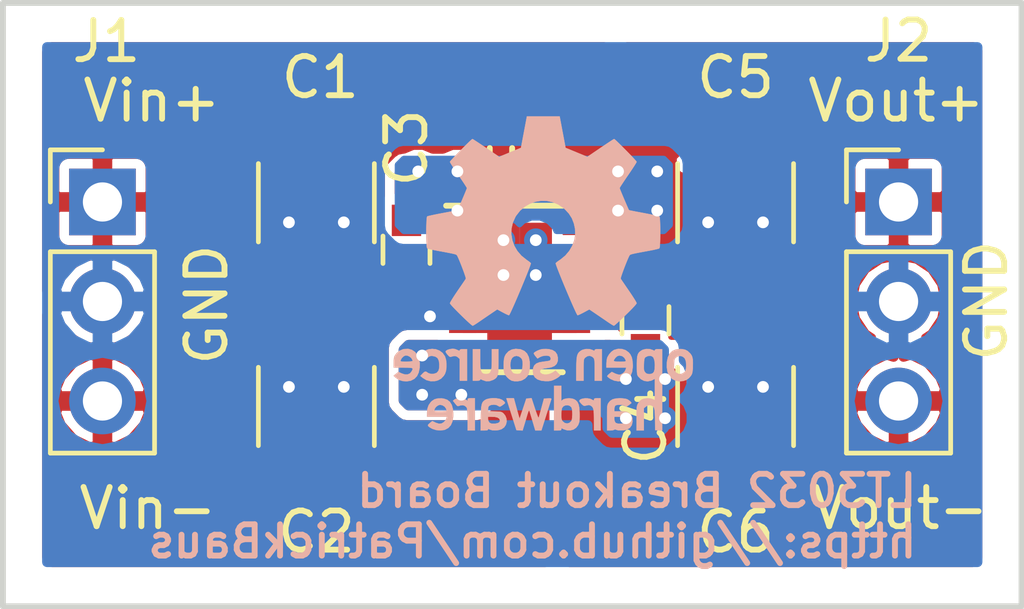
<source format=kicad_pcb>
(kicad_pcb (version 20170123) (host pcbnew "(2017-06-16 revision 2018d4894)-master")

  (general
    (links 27)
    (no_connects 0)
    (area 137.631667 64.424999 168.168334 79.975001)
    (thickness 1.6)
    (drawings 11)
    (tracks 88)
    (zones 0)
    (modules 10)
    (nets 8)
  )

  (page A4)
  (layers
    (0 F.Cu signal)
    (31 B.Cu signal)
    (33 F.Adhes user)
    (36 B.SilkS user)
    (37 F.SilkS user)
    (38 B.Mask user)
    (39 F.Mask user)
    (40 Dwgs.User user)
    (41 Cmts.User user)
    (42 Eco1.User user)
    (43 Eco2.User user)
    (44 Edge.Cuts user)
    (45 Margin user)
    (47 F.CrtYd user)
    (49 F.Fab user hide)
  )

  (setup
    (last_trace_width 0.25)
    (trace_clearance 0.2)
    (zone_clearance 0.15)
    (zone_45_only no)
    (trace_min 0.15)
    (segment_width 0.2)
    (edge_width 0.15)
    (via_size 0.6)
    (via_drill 0.3)
    (via_min_size 0.4)
    (via_min_drill 0.3)
    (uvia_size 0.3)
    (uvia_drill 0.1)
    (uvias_allowed no)
    (uvia_min_size 0.2)
    (uvia_min_drill 0.1)
    (pcb_text_width 0.3)
    (pcb_text_size 1.5 1.5)
    (mod_edge_width 0.15)
    (mod_text_size 1 1)
    (mod_text_width 0.15)
    (pad_size 1.99898 1.99898)
    (pad_drill 0.8001)
    (pad_to_mask_clearance 0.2)
    (aux_axis_origin 0 0)
    (grid_origin 140.2 64.5)
    (visible_elements FFFFFFFF)
    (pcbplotparams
      (layerselection 0x010f0_ffffffff)
      (usegerberextensions false)
      (excludeedgelayer true)
      (linewidth 0.100000)
      (plotframeref false)
      (viasonmask false)
      (mode 1)
      (useauxorigin false)
      (hpglpennumber 1)
      (hpglpenspeed 20)
      (hpglpendiameter 15)
      (psnegative false)
      (psa4output false)
      (plotreference true)
      (plotvalue true)
      (plotinvisibletext false)
      (padsonsilk false)
      (subtractmaskfromsilk false)
      (outputformat 1)
      (mirror false)
      (drillshape 0)
      (scaleselection 1)
      (outputdirectory gerber))
  )

  (net 0 "")
  (net 1 "Net-(C3-Pad1)")
  (net 2 GND)
  (net 3 "Net-(C1-Pad2)")
  (net 4 INN)
  (net 5 "Net-(C3-Pad2)")
  (net 6 "Net-(C4-Pad1)")
  (net 7 "Net-(C4-Pad2)")

  (net_class Default "Dies ist die voreingestellte Netzklasse."
    (clearance 0.2)
    (trace_width 0.25)
    (via_dia 0.6)
    (via_drill 0.3)
    (uvia_dia 0.3)
    (uvia_drill 0.1)
    (add_net GND)
    (add_net INN)
    (add_net "Net-(C1-Pad2)")
    (add_net "Net-(C3-Pad1)")
    (add_net "Net-(C3-Pad2)")
    (add_net "Net-(C4-Pad1)")
    (add_net "Net-(C4-Pad2)")
  )

  (module Symbols:OSHW-Logo_7.5x8mm_SilkScreen (layer B.Cu) (tedit 0) (tstamp 59838C2A)
    (at 154 71.4 180)
    (descr "Open Source Hardware Logo")
    (tags "Logo OSHW")
    (attr virtual)
    (fp_text reference REF*** (at 0 0 180) (layer B.SilkS) hide
      (effects (font (size 1 1) (thickness 0.15)) (justify mirror))
    )
    (fp_text value OSHW-Logo_7.5x8mm_SilkScreen (at 0.75 0 180) (layer B.Fab) hide
      (effects (font (size 1 1) (thickness 0.15)) (justify mirror))
    )
    (fp_poly (pts (xy 0.500964 3.601424) (xy 0.576513 3.200678) (xy 1.134041 2.970846) (xy 1.468465 3.198252)
      (xy 1.562122 3.261569) (xy 1.646782 3.318104) (xy 1.718495 3.365273) (xy 1.773311 3.400498)
      (xy 1.80728 3.421195) (xy 1.81653 3.425658) (xy 1.833195 3.41418) (xy 1.868806 3.382449)
      (xy 1.919371 3.334517) (xy 1.9809 3.274438) (xy 2.049399 3.206267) (xy 2.120879 3.134055)
      (xy 2.191347 3.061858) (xy 2.256811 2.993727) (xy 2.31328 2.933717) (xy 2.356763 2.885881)
      (xy 2.383268 2.854273) (xy 2.389605 2.843695) (xy 2.380486 2.824194) (xy 2.35492 2.781469)
      (xy 2.315597 2.719702) (xy 2.265203 2.643069) (xy 2.206427 2.555752) (xy 2.172368 2.505948)
      (xy 2.110289 2.415007) (xy 2.055126 2.332941) (xy 2.009554 2.263837) (xy 1.97625 2.211778)
      (xy 1.95789 2.18085) (xy 1.955131 2.17435) (xy 1.961385 2.155879) (xy 1.978434 2.112828)
      (xy 2.003703 2.051251) (xy 2.034622 1.977201) (xy 2.068618 1.89673) (xy 2.103118 1.815893)
      (xy 2.135551 1.740742) (xy 2.163343 1.677329) (xy 2.183923 1.631707) (xy 2.194719 1.609931)
      (xy 2.195356 1.609074) (xy 2.212307 1.604916) (xy 2.257451 1.595639) (xy 2.32611 1.582156)
      (xy 2.413602 1.565379) (xy 2.51525 1.546219) (xy 2.574556 1.53517) (xy 2.683172 1.51449)
      (xy 2.781277 1.494811) (xy 2.863909 1.477211) (xy 2.926104 1.462767) (xy 2.962899 1.452554)
      (xy 2.970296 1.449314) (xy 2.97754 1.427383) (xy 2.983385 1.377853) (xy 2.987835 1.306515)
      (xy 2.990893 1.219161) (xy 2.992565 1.121583) (xy 2.992853 1.019574) (xy 2.991761 0.918925)
      (xy 2.989294 0.825428) (xy 2.985456 0.744875) (xy 2.98025 0.683058) (xy 2.973681 0.64577)
      (xy 2.969741 0.638007) (xy 2.946188 0.628702) (xy 2.896282 0.6154) (xy 2.826623 0.599663)
      (xy 2.743813 0.583054) (xy 2.714905 0.577681) (xy 2.575531 0.552152) (xy 2.465436 0.531592)
      (xy 2.380982 0.515185) (xy 2.31853 0.502113) (xy 2.274444 0.491559) (xy 2.245085 0.482706)
      (xy 2.226815 0.474737) (xy 2.215998 0.466835) (xy 2.214485 0.465273) (xy 2.199377 0.440114)
      (xy 2.176329 0.39115) (xy 2.147644 0.324379) (xy 2.115622 0.245795) (xy 2.082565 0.161393)
      (xy 2.050773 0.07717) (xy 2.022549 -0.000879) (xy 2.000193 -0.066759) (xy 1.986007 -0.114473)
      (xy 1.982293 -0.138027) (xy 1.982602 -0.138852) (xy 1.995189 -0.158104) (xy 2.023744 -0.200463)
      (xy 2.065267 -0.261521) (xy 2.116756 -0.336868) (xy 2.175211 -0.422096) (xy 2.191858 -0.446315)
      (xy 2.251215 -0.534123) (xy 2.303447 -0.614238) (xy 2.345708 -0.682062) (xy 2.375153 -0.732993)
      (xy 2.388937 -0.762431) (xy 2.389605 -0.766048) (xy 2.378024 -0.785057) (xy 2.346024 -0.822714)
      (xy 2.297718 -0.874973) (xy 2.23722 -0.937786) (xy 2.168644 -1.007106) (xy 2.096104 -1.078885)
      (xy 2.023712 -1.149077) (xy 1.955584 -1.213635) (xy 1.895832 -1.26851) (xy 1.848571 -1.309656)
      (xy 1.817913 -1.333026) (xy 1.809432 -1.336842) (xy 1.789691 -1.327855) (xy 1.749274 -1.303616)
      (xy 1.694763 -1.268209) (xy 1.652823 -1.239711) (xy 1.576829 -1.187418) (xy 1.486834 -1.125845)
      (xy 1.396564 -1.06437) (xy 1.348032 -1.031469) (xy 1.183762 -0.920359) (xy 1.045869 -0.994916)
      (xy 0.983049 -1.027578) (xy 0.929629 -1.052966) (xy 0.893484 -1.067446) (xy 0.884284 -1.06946)
      (xy 0.873221 -1.054584) (xy 0.851394 -1.012547) (xy 0.820434 -0.947227) (xy 0.78197 -0.8625)
      (xy 0.737632 -0.762245) (xy 0.689047 -0.650339) (xy 0.637846 -0.530659) (xy 0.585659 -0.407084)
      (xy 0.534113 -0.283491) (xy 0.48484 -0.163757) (xy 0.439467 -0.051759) (xy 0.399625 0.048623)
      (xy 0.366942 0.133514) (xy 0.343049 0.199035) (xy 0.329574 0.24131) (xy 0.327406 0.255828)
      (xy 0.344583 0.274347) (xy 0.38219 0.30441) (xy 0.432366 0.339768) (xy 0.436578 0.342566)
      (xy 0.566264 0.446375) (xy 0.670834 0.567485) (xy 0.749381 0.702024) (xy 0.800999 0.846118)
      (xy 0.824782 0.995895) (xy 0.819823 1.147483) (xy 0.785217 1.297008) (xy 0.720057 1.4406)
      (xy 0.700886 1.472016) (xy 0.601174 1.598875) (xy 0.483377 1.700745) (xy 0.351571 1.777096)
      (xy 0.209833 1.827398) (xy 0.062242 1.851121) (xy -0.087127 1.847735) (xy -0.234197 1.816712)
      (xy -0.374889 1.75752) (xy -0.505127 1.669631) (xy -0.545414 1.633958) (xy -0.647945 1.522294)
      (xy -0.722659 1.404743) (xy -0.77391 1.27298) (xy -0.802454 1.142493) (xy -0.8095 0.995784)
      (xy -0.786004 0.848347) (xy -0.734351 0.705166) (xy -0.656929 0.571223) (xy -0.556125 0.451502)
      (xy -0.434324 0.350986) (xy -0.418316 0.340391) (xy -0.367602 0.305694) (xy -0.32905 0.27563)
      (xy -0.310619 0.256435) (xy -0.310351 0.255828) (xy -0.314308 0.235064) (xy -0.329993 0.187938)
      (xy -0.355778 0.118327) (xy -0.390031 0.030107) (xy -0.431123 -0.072844) (xy -0.477424 -0.18665)
      (xy -0.527304 -0.307435) (xy -0.579133 -0.431321) (xy -0.631281 -0.554432) (xy -0.682118 -0.672891)
      (xy -0.730013 -0.782823) (xy -0.773338 -0.880349) (xy -0.810462 -0.961593) (xy -0.839756 -1.022679)
      (xy -0.859588 -1.05973) (xy -0.867574 -1.06946) (xy -0.891979 -1.061883) (xy -0.937642 -1.04156)
      (xy -0.99669 -1.012125) (xy -1.02916 -0.994916) (xy -1.167053 -0.920359) (xy -1.331323 -1.031469)
      (xy -1.415179 -1.08839) (xy -1.506987 -1.15103) (xy -1.59302 -1.210011) (xy -1.636113 -1.239711)
      (xy -1.696723 -1.28041) (xy -1.748045 -1.312663) (xy -1.783385 -1.332384) (xy -1.794863 -1.336554)
      (xy -1.81157 -1.325307) (xy -1.848546 -1.293911) (xy -1.902205 -1.245624) (xy -1.968962 -1.183708)
      (xy -2.045234 -1.111421) (xy -2.093473 -1.065008) (xy -2.177867 -0.982087) (xy -2.250803 -0.90792)
      (xy -2.309331 -0.84568) (xy -2.350503 -0.798541) (xy -2.371372 -0.769673) (xy -2.373374 -0.763815)
      (xy -2.364083 -0.741532) (xy -2.338409 -0.696477) (xy -2.2992 -0.633211) (xy -2.249303 -0.556295)
      (xy -2.191567 -0.470292) (xy -2.175149 -0.446315) (xy -2.115323 -0.35917) (xy -2.06165 -0.28071)
      (xy -2.01713 -0.215345) (xy -1.984765 -0.167484) (xy -1.967555 -0.141535) (xy -1.965893 -0.138852)
      (xy -1.968379 -0.118172) (xy -1.981577 -0.072704) (xy -2.003186 -0.008444) (xy -2.030904 0.068613)
      (xy -2.06243 0.152471) (xy -2.095463 0.237134) (xy -2.127701 0.316608) (xy -2.156843 0.384896)
      (xy -2.180588 0.436003) (xy -2.196635 0.463933) (xy -2.197775 0.465273) (xy -2.207588 0.473255)
      (xy -2.224161 0.481149) (xy -2.251132 0.489771) (xy -2.292139 0.499938) (xy -2.35082 0.512469)
      (xy -2.430813 0.528179) (xy -2.535755 0.547887) (xy -2.669285 0.572408) (xy -2.698196 0.577681)
      (xy -2.783882 0.594236) (xy -2.858582 0.610431) (xy -2.915694 0.624704) (xy -2.948617 0.635492)
      (xy -2.953031 0.638007) (xy -2.960306 0.660304) (xy -2.966219 0.710131) (xy -2.970766 0.781696)
      (xy -2.973945 0.869207) (xy -2.975749 0.966872) (xy -2.976177 1.068899) (xy -2.975223 1.169497)
      (xy -2.972884 1.262873) (xy -2.969156 1.343235) (xy -2.964034 1.404791) (xy -2.957516 1.44175)
      (xy -2.953586 1.449314) (xy -2.931708 1.456944) (xy -2.881891 1.469358) (xy -2.809097 1.485478)
      (xy -2.718289 1.504227) (xy -2.614431 1.524529) (xy -2.557846 1.53517) (xy -2.450486 1.55524)
      (xy -2.354746 1.57342) (xy -2.275306 1.588801) (xy -2.216846 1.600469) (xy -2.184045 1.607512)
      (xy -2.178646 1.609074) (xy -2.169522 1.626678) (xy -2.150235 1.669082) (xy -2.123355 1.730228)
      (xy -2.091454 1.804057) (xy -2.057102 1.884511) (xy -2.022871 1.965532) (xy -1.991331 2.041063)
      (xy -1.965054 2.105045) (xy -1.946611 2.15142) (xy -1.938571 2.174131) (xy -1.938422 2.175124)
      (xy -1.947535 2.193039) (xy -1.973086 2.234267) (xy -2.012388 2.294709) (xy -2.062757 2.370269)
      (xy -2.121506 2.456848) (xy -2.155658 2.506579) (xy -2.21789 2.597764) (xy -2.273164 2.680551)
      (xy -2.318782 2.750751) (xy -2.352048 2.804176) (xy -2.370264 2.836639) (xy -2.372895 2.843917)
      (xy -2.361586 2.860855) (xy -2.330319 2.897022) (xy -2.28309 2.948365) (xy -2.223892 3.010833)
      (xy -2.156719 3.080374) (xy -2.085566 3.152935) (xy -2.014426 3.224465) (xy -1.947293 3.290913)
      (xy -1.888161 3.348226) (xy -1.841025 3.392353) (xy -1.809877 3.419241) (xy -1.799457 3.425658)
      (xy -1.782491 3.416635) (xy -1.741911 3.391285) (xy -1.681663 3.35219) (xy -1.605693 3.301929)
      (xy -1.517946 3.243083) (xy -1.451756 3.198252) (xy -1.117332 2.970846) (xy -0.838567 3.085762)
      (xy -0.559803 3.200678) (xy -0.484254 3.601424) (xy -0.408706 4.002171) (xy 0.425415 4.002171)
      (xy 0.500964 3.601424)) (layer B.SilkS) (width 0.01))
    (fp_poly (pts (xy 2.391388 -1.937645) (xy 2.448865 -1.955206) (xy 2.485872 -1.977395) (xy 2.497927 -1.994942)
      (xy 2.494609 -2.015742) (xy 2.473079 -2.048419) (xy 2.454874 -2.071562) (xy 2.417344 -2.113402)
      (xy 2.389148 -2.131005) (xy 2.365111 -2.129856) (xy 2.293808 -2.11171) (xy 2.241442 -2.112534)
      (xy 2.198918 -2.133098) (xy 2.184642 -2.145134) (xy 2.138947 -2.187483) (xy 2.138947 -2.740526)
      (xy 1.955131 -2.740526) (xy 1.955131 -1.938421) (xy 2.047039 -1.938421) (xy 2.102219 -1.940603)
      (xy 2.130688 -1.948351) (xy 2.138943 -1.963468) (xy 2.138947 -1.963916) (xy 2.142845 -1.979749)
      (xy 2.160474 -1.977684) (xy 2.184901 -1.966261) (xy 2.23535 -1.945005) (xy 2.276316 -1.932216)
      (xy 2.329028 -1.928938) (xy 2.391388 -1.937645)) (layer B.SilkS) (width 0.01))
    (fp_poly (pts (xy -1.002043 -1.952226) (xy -0.960454 -1.97209) (xy -0.920175 -2.000784) (xy -0.88949 -2.033809)
      (xy -0.867139 -2.075931) (xy -0.851864 -2.131915) (xy -0.842408 -2.206528) (xy -0.837513 -2.304535)
      (xy -0.835919 -2.430702) (xy -0.835894 -2.443914) (xy -0.835527 -2.740526) (xy -1.019343 -2.740526)
      (xy -1.019343 -2.467081) (xy -1.019473 -2.365777) (xy -1.020379 -2.292353) (xy -1.022827 -2.241271)
      (xy -1.027586 -2.20699) (xy -1.035426 -2.183971) (xy -1.047115 -2.166673) (xy -1.063398 -2.149581)
      (xy -1.120366 -2.112857) (xy -1.182555 -2.106042) (xy -1.241801 -2.129261) (xy -1.262405 -2.146543)
      (xy -1.27753 -2.162791) (xy -1.28839 -2.180191) (xy -1.29569 -2.204212) (xy -1.300137 -2.240322)
      (xy -1.302436 -2.293988) (xy -1.303296 -2.37068) (xy -1.303422 -2.464043) (xy -1.303422 -2.740526)
      (xy -1.487237 -2.740526) (xy -1.487237 -1.938421) (xy -1.395329 -1.938421) (xy -1.340149 -1.940603)
      (xy -1.31168 -1.948351) (xy -1.303425 -1.963468) (xy -1.303422 -1.963916) (xy -1.299592 -1.97872)
      (xy -1.282699 -1.97704) (xy -1.249112 -1.960773) (xy -1.172937 -1.93684) (xy -1.0858 -1.934178)
      (xy -1.002043 -1.952226)) (layer B.SilkS) (width 0.01))
    (fp_poly (pts (xy 3.558784 -1.935554) (xy 3.601574 -1.945949) (xy 3.683609 -1.984013) (xy 3.753757 -2.042149)
      (xy 3.802305 -2.111852) (xy 3.808975 -2.127502) (xy 3.818124 -2.168496) (xy 3.824529 -2.229138)
      (xy 3.82671 -2.29043) (xy 3.82671 -2.406316) (xy 3.584407 -2.406316) (xy 3.484471 -2.406693)
      (xy 3.414069 -2.408987) (xy 3.369313 -2.414938) (xy 3.346315 -2.426285) (xy 3.341189 -2.444771)
      (xy 3.350048 -2.472136) (xy 3.365917 -2.504155) (xy 3.410184 -2.557592) (xy 3.471699 -2.584215)
      (xy 3.546885 -2.583347) (xy 3.632053 -2.554371) (xy 3.705659 -2.518611) (xy 3.766734 -2.566904)
      (xy 3.82781 -2.615197) (xy 3.770351 -2.668285) (xy 3.693641 -2.718445) (xy 3.599302 -2.748688)
      (xy 3.497827 -2.757151) (xy 3.399711 -2.741974) (xy 3.383881 -2.736824) (xy 3.297647 -2.691791)
      (xy 3.233501 -2.624652) (xy 3.190091 -2.533405) (xy 3.166064 -2.416044) (xy 3.165784 -2.413529)
      (xy 3.163633 -2.285627) (xy 3.172329 -2.239997) (xy 3.342105 -2.239997) (xy 3.357697 -2.247013)
      (xy 3.400029 -2.252388) (xy 3.462434 -2.255457) (xy 3.501981 -2.255921) (xy 3.575728 -2.25563)
      (xy 3.62184 -2.253783) (xy 3.6461 -2.248912) (xy 3.654294 -2.239555) (xy 3.652206 -2.224245)
      (xy 3.650455 -2.218322) (xy 3.62056 -2.162668) (xy 3.573542 -2.117815) (xy 3.532049 -2.098105)
      (xy 3.476926 -2.099295) (xy 3.421068 -2.123875) (xy 3.374212 -2.16457) (xy 3.346094 -2.214108)
      (xy 3.342105 -2.239997) (xy 3.172329 -2.239997) (xy 3.185074 -2.173133) (xy 3.227611 -2.078727)
      (xy 3.288747 -2.005088) (xy 3.365985 -1.954893) (xy 3.45683 -1.930822) (xy 3.558784 -1.935554)) (layer B.SilkS) (width 0.01))
    (fp_poly (pts (xy 2.946576 -1.945419) (xy 3.043395 -1.986549) (xy 3.07389 -2.006571) (xy 3.112865 -2.03734)
      (xy 3.137331 -2.061533) (xy 3.141578 -2.069413) (xy 3.129584 -2.086899) (xy 3.098887 -2.11657)
      (xy 3.074312 -2.137279) (xy 3.007046 -2.191336) (xy 2.95393 -2.146642) (xy 2.912884 -2.117789)
      (xy 2.872863 -2.107829) (xy 2.827059 -2.110261) (xy 2.754324 -2.128345) (xy 2.704256 -2.165881)
      (xy 2.673829 -2.226562) (xy 2.660017 -2.314081) (xy 2.660013 -2.314136) (xy 2.661208 -2.411958)
      (xy 2.679772 -2.48373) (xy 2.716804 -2.532595) (xy 2.74205 -2.549143) (xy 2.809097 -2.569749)
      (xy 2.880709 -2.569762) (xy 2.943015 -2.549768) (xy 2.957763 -2.54) (xy 2.99475 -2.515047)
      (xy 3.023668 -2.510958) (xy 3.054856 -2.52953) (xy 3.089336 -2.562887) (xy 3.143912 -2.619196)
      (xy 3.083318 -2.669142) (xy 2.989698 -2.725513) (xy 2.884125 -2.753293) (xy 2.773798 -2.751282)
      (xy 2.701343 -2.732862) (xy 2.616656 -2.68731) (xy 2.548927 -2.61565) (xy 2.518157 -2.565066)
      (xy 2.493236 -2.492488) (xy 2.480766 -2.400569) (xy 2.48067 -2.300948) (xy 2.49287 -2.205267)
      (xy 2.51729 -2.125169) (xy 2.521136 -2.116956) (xy 2.578093 -2.036413) (xy 2.655209 -1.977771)
      (xy 2.74639 -1.942247) (xy 2.845543 -1.931057) (xy 2.946576 -1.945419)) (layer B.SilkS) (width 0.01))
    (fp_poly (pts (xy 1.320131 -2.198533) (xy 1.32171 -2.321089) (xy 1.327481 -2.414179) (xy 1.338991 -2.481651)
      (xy 1.35779 -2.527355) (xy 1.385426 -2.555139) (xy 1.423448 -2.568854) (xy 1.470526 -2.572358)
      (xy 1.519832 -2.568432) (xy 1.557283 -2.554089) (xy 1.584428 -2.525478) (xy 1.602815 -2.478751)
      (xy 1.613993 -2.410058) (xy 1.619511 -2.31555) (xy 1.620921 -2.198533) (xy 1.620921 -1.938421)
      (xy 1.804736 -1.938421) (xy 1.804736 -2.740526) (xy 1.712828 -2.740526) (xy 1.657422 -2.738281)
      (xy 1.628891 -2.730396) (xy 1.620921 -2.715428) (xy 1.61612 -2.702097) (xy 1.597014 -2.704917)
      (xy 1.558504 -2.723783) (xy 1.470239 -2.752887) (xy 1.376623 -2.750825) (xy 1.286921 -2.719221)
      (xy 1.244204 -2.694257) (xy 1.211621 -2.667226) (xy 1.187817 -2.633405) (xy 1.171439 -2.588068)
      (xy 1.161131 -2.526489) (xy 1.155541 -2.443943) (xy 1.153312 -2.335705) (xy 1.153026 -2.252004)
      (xy 1.153026 -1.938421) (xy 1.320131 -1.938421) (xy 1.320131 -2.198533)) (layer B.SilkS) (width 0.01))
    (fp_poly (pts (xy 0.811669 -1.94831) (xy 0.896192 -1.99434) (xy 0.962321 -2.067006) (xy 0.993478 -2.126106)
      (xy 1.006855 -2.178305) (xy 1.015522 -2.252719) (xy 1.019237 -2.338442) (xy 1.017754 -2.424569)
      (xy 1.010831 -2.500193) (xy 1.002745 -2.540584) (xy 0.975465 -2.59584) (xy 0.92822 -2.65453)
      (xy 0.871282 -2.705852) (xy 0.814924 -2.739005) (xy 0.81355 -2.739531) (xy 0.743616 -2.754018)
      (xy 0.660737 -2.754377) (xy 0.581977 -2.741188) (xy 0.551566 -2.730617) (xy 0.473239 -2.686201)
      (xy 0.417143 -2.628007) (xy 0.380286 -2.550965) (xy 0.35968 -2.450001) (xy 0.355018 -2.397116)
      (xy 0.355613 -2.330663) (xy 0.534736 -2.330663) (xy 0.54077 -2.42763) (xy 0.558138 -2.501523)
      (xy 0.58574 -2.548736) (xy 0.605404 -2.562237) (xy 0.655787 -2.571651) (xy 0.715673 -2.568864)
      (xy 0.767449 -2.555316) (xy 0.781027 -2.547862) (xy 0.816849 -2.504451) (xy 0.840493 -2.438014)
      (xy 0.850558 -2.357161) (xy 0.845642 -2.270502) (xy 0.834655 -2.218349) (xy 0.803109 -2.157951)
      (xy 0.753311 -2.120197) (xy 0.693337 -2.107143) (xy 0.631264 -2.120849) (xy 0.583582 -2.154372)
      (xy 0.558525 -2.182031) (xy 0.5439 -2.209294) (xy 0.536929 -2.24619) (xy 0.534833 -2.30275)
      (xy 0.534736 -2.330663) (xy 0.355613 -2.330663) (xy 0.356282 -2.255994) (xy 0.379265 -2.140271)
      (xy 0.423972 -2.049941) (xy 0.490405 -1.985) (xy 0.578565 -1.945445) (xy 0.597495 -1.940858)
      (xy 0.711266 -1.93009) (xy 0.811669 -1.94831)) (layer B.SilkS) (width 0.01))
    (fp_poly (pts (xy 0.018628 -1.935547) (xy 0.081908 -1.947548) (xy 0.147557 -1.972648) (xy 0.154572 -1.975848)
      (xy 0.204356 -2.002026) (xy 0.238834 -2.026353) (xy 0.249978 -2.041937) (xy 0.239366 -2.067353)
      (xy 0.213588 -2.104853) (xy 0.202146 -2.118852) (xy 0.154992 -2.173954) (xy 0.094201 -2.138086)
      (xy 0.036347 -2.114192) (xy -0.0305 -2.10142) (xy -0.094606 -2.100613) (xy -0.144236 -2.112615)
      (xy -0.156146 -2.120105) (xy -0.178828 -2.15445) (xy -0.181584 -2.194013) (xy -0.164612 -2.22492)
      (xy -0.154573 -2.230913) (xy -0.12449 -2.238357) (xy -0.071611 -2.247106) (xy -0.006425 -2.255467)
      (xy 0.0056 -2.256778) (xy 0.110297 -2.274888) (xy 0.186232 -2.305651) (xy 0.236592 -2.351907)
      (xy 0.264564 -2.416497) (xy 0.273278 -2.495387) (xy 0.26124 -2.585065) (xy 0.222151 -2.655486)
      (xy 0.155855 -2.706777) (xy 0.062194 -2.739067) (xy -0.041777 -2.751807) (xy -0.126562 -2.751654)
      (xy -0.195335 -2.740083) (xy -0.242303 -2.724109) (xy -0.30165 -2.696275) (xy -0.356494 -2.663973)
      (xy -0.375987 -2.649755) (xy -0.426119 -2.608835) (xy -0.305197 -2.486477) (xy -0.236457 -2.531967)
      (xy -0.167512 -2.566133) (xy -0.093889 -2.584004) (xy -0.023117 -2.585889) (xy 0.037274 -2.572101)
      (xy 0.079757 -2.542949) (xy 0.093474 -2.518352) (xy 0.091417 -2.478904) (xy 0.05733 -2.448737)
      (xy -0.008692 -2.427906) (xy -0.081026 -2.418279) (xy -0.192348 -2.39991) (xy -0.275048 -2.365254)
      (xy -0.330235 -2.313297) (xy -0.359012 -2.243023) (xy -0.362999 -2.159707) (xy -0.343307 -2.072681)
      (xy -0.298411 -2.006902) (xy -0.227909 -1.962068) (xy -0.131399 -1.937879) (xy -0.0599 -1.933137)
      (xy 0.018628 -1.935547)) (layer B.SilkS) (width 0.01))
    (fp_poly (pts (xy -1.802982 -1.957027) (xy -1.78633 -1.964866) (xy -1.728695 -2.007086) (xy -1.674195 -2.0687)
      (xy -1.633501 -2.136543) (xy -1.621926 -2.167734) (xy -1.611366 -2.223449) (xy -1.605069 -2.290781)
      (xy -1.604304 -2.318585) (xy -1.604211 -2.406316) (xy -2.10915 -2.406316) (xy -2.098387 -2.45227)
      (xy -2.071967 -2.50662) (xy -2.025778 -2.553591) (xy -1.970828 -2.583848) (xy -1.935811 -2.590131)
      (xy -1.888323 -2.582506) (xy -1.831665 -2.563383) (xy -1.812418 -2.554584) (xy -1.741241 -2.519036)
      (xy -1.680498 -2.565367) (xy -1.645448 -2.596703) (xy -1.626798 -2.622567) (xy -1.625853 -2.630158)
      (xy -1.642515 -2.648556) (xy -1.67903 -2.676515) (xy -1.712172 -2.698327) (xy -1.801607 -2.737537)
      (xy -1.901871 -2.755285) (xy -2.001246 -2.75067) (xy -2.080461 -2.726551) (xy -2.16212 -2.674884)
      (xy -2.220151 -2.606856) (xy -2.256454 -2.518843) (xy -2.272928 -2.407216) (xy -2.274389 -2.356138)
      (xy -2.268543 -2.239091) (xy -2.267825 -2.235686) (xy -2.100511 -2.235686) (xy -2.095903 -2.246662)
      (xy -2.076964 -2.252715) (xy -2.037902 -2.25531) (xy -1.972923 -2.25591) (xy -1.947903 -2.255921)
      (xy -1.871779 -2.255014) (xy -1.823504 -2.25172) (xy -1.79754 -2.245181) (xy -1.788352 -2.234537)
      (xy -1.788027 -2.231119) (xy -1.798513 -2.203956) (xy -1.824758 -2.165903) (xy -1.836041 -2.152579)
      (xy -1.877928 -2.114896) (xy -1.921591 -2.10008) (xy -1.945115 -2.098842) (xy -2.008757 -2.114329)
      (xy -2.062127 -2.15593) (xy -2.095981 -2.216353) (xy -2.096581 -2.218322) (xy -2.100511 -2.235686)
      (xy -2.267825 -2.235686) (xy -2.249101 -2.146928) (xy -2.214078 -2.07319) (xy -2.171244 -2.020848)
      (xy -2.092052 -1.964092) (xy -1.99896 -1.933762) (xy -1.899945 -1.931021) (xy -1.802982 -1.957027)) (layer B.SilkS) (width 0.01))
    (fp_poly (pts (xy -3.373216 -1.947104) (xy -3.285795 -1.985754) (xy -3.21943 -2.05029) (xy -3.174024 -2.140812)
      (xy -3.149482 -2.257418) (xy -3.147723 -2.275624) (xy -3.146344 -2.403984) (xy -3.164216 -2.516496)
      (xy -3.20025 -2.607688) (xy -3.219545 -2.637022) (xy -3.286755 -2.699106) (xy -3.37235 -2.739316)
      (xy -3.46811 -2.756003) (xy -3.565813 -2.747517) (xy -3.640083 -2.72138) (xy -3.703953 -2.677335)
      (xy -3.756154 -2.619587) (xy -3.757057 -2.618236) (xy -3.778256 -2.582593) (xy -3.792033 -2.546752)
      (xy -3.800376 -2.501519) (xy -3.805273 -2.437701) (xy -3.807431 -2.385368) (xy -3.808329 -2.33791)
      (xy -3.641257 -2.33791) (xy -3.639624 -2.385154) (xy -3.633696 -2.448046) (xy -3.623239 -2.488407)
      (xy -3.604381 -2.517122) (xy -3.586719 -2.533896) (xy -3.524106 -2.569016) (xy -3.458592 -2.57371)
      (xy -3.397579 -2.54844) (xy -3.367072 -2.520124) (xy -3.345089 -2.491589) (xy -3.332231 -2.464284)
      (xy -3.326588 -2.42875) (xy -3.326249 -2.375524) (xy -3.327988 -2.326506) (xy -3.331729 -2.256482)
      (xy -3.337659 -2.211064) (xy -3.348347 -2.18144) (xy -3.366361 -2.158797) (xy -3.380637 -2.145855)
      (xy -3.440349 -2.11186) (xy -3.504766 -2.110165) (xy -3.558781 -2.130301) (xy -3.60486 -2.172352)
      (xy -3.632311 -2.241428) (xy -3.641257 -2.33791) (xy -3.808329 -2.33791) (xy -3.809401 -2.281299)
      (xy -3.806036 -2.203468) (xy -3.795955 -2.14493) (xy -3.777774 -2.098737) (xy -3.75011 -2.057942)
      (xy -3.739854 -2.045828) (xy -3.675722 -1.985474) (xy -3.606934 -1.95022) (xy -3.522811 -1.93545)
      (xy -3.481791 -1.934243) (xy -3.373216 -1.947104)) (layer B.SilkS) (width 0.01))
    (fp_poly (pts (xy 2.701193 -3.196078) (xy 2.781068 -3.216845) (xy 2.847962 -3.259705) (xy 2.880351 -3.291723)
      (xy 2.933445 -3.367413) (xy 2.963873 -3.455216) (xy 2.974327 -3.56315) (xy 2.97438 -3.571875)
      (xy 2.974473 -3.659605) (xy 2.469534 -3.659605) (xy 2.480298 -3.705559) (xy 2.499732 -3.747178)
      (xy 2.533745 -3.790544) (xy 2.54086 -3.797467) (xy 2.602003 -3.834935) (xy 2.671729 -3.841289)
      (xy 2.751987 -3.816638) (xy 2.765592 -3.81) (xy 2.807319 -3.789819) (xy 2.835268 -3.778321)
      (xy 2.840145 -3.777258) (xy 2.857168 -3.787583) (xy 2.889633 -3.812845) (xy 2.906114 -3.82665)
      (xy 2.940264 -3.858361) (xy 2.951478 -3.879299) (xy 2.943695 -3.89856) (xy 2.939535 -3.903827)
      (xy 2.911357 -3.926878) (xy 2.864862 -3.954892) (xy 2.832434 -3.971246) (xy 2.740385 -4.000059)
      (xy 2.638476 -4.009395) (xy 2.541963 -3.998332) (xy 2.514934 -3.990412) (xy 2.431276 -3.945581)
      (xy 2.369266 -3.876598) (xy 2.328545 -3.782794) (xy 2.308755 -3.663498) (xy 2.306582 -3.601118)
      (xy 2.312926 -3.510298) (xy 2.473157 -3.510298) (xy 2.488655 -3.517012) (xy 2.530312 -3.52228)
      (xy 2.590876 -3.525389) (xy 2.631907 -3.525921) (xy 2.705711 -3.525408) (xy 2.752293 -3.523006)
      (xy 2.777848 -3.517422) (xy 2.788569 -3.507361) (xy 2.790657 -3.492763) (xy 2.776331 -3.447796)
      (xy 2.740262 -3.403353) (xy 2.692815 -3.369242) (xy 2.645349 -3.355288) (xy 2.580879 -3.367666)
      (xy 2.52507 -3.403452) (xy 2.486374 -3.455033) (xy 2.473157 -3.510298) (xy 2.312926 -3.510298)
      (xy 2.315821 -3.468866) (xy 2.344336 -3.363498) (xy 2.392729 -3.284178) (xy 2.461604 -3.230071)
      (xy 2.551565 -3.200343) (xy 2.6003 -3.194618) (xy 2.701193 -3.196078)) (layer B.SilkS) (width 0.01))
    (fp_poly (pts (xy 2.173167 -3.191447) (xy 2.237408 -3.204112) (xy 2.27398 -3.222864) (xy 2.312453 -3.254017)
      (xy 2.257717 -3.323127) (xy 2.223969 -3.364979) (xy 2.201053 -3.385398) (xy 2.178279 -3.388517)
      (xy 2.144956 -3.378472) (xy 2.129314 -3.372789) (xy 2.065542 -3.364404) (xy 2.00714 -3.382378)
      (xy 1.964264 -3.422982) (xy 1.957299 -3.435929) (xy 1.949713 -3.470224) (xy 1.943859 -3.533427)
      (xy 1.940011 -3.62106) (xy 1.938443 -3.72864) (xy 1.938421 -3.743944) (xy 1.938421 -4.010526)
      (xy 1.754605 -4.010526) (xy 1.754605 -3.19171) (xy 1.846513 -3.19171) (xy 1.899507 -3.193094)
      (xy 1.927115 -3.199252) (xy 1.937324 -3.213194) (xy 1.938421 -3.226344) (xy 1.938421 -3.260978)
      (xy 1.98245 -3.226344) (xy 2.032937 -3.202716) (xy 2.10076 -3.191033) (xy 2.173167 -3.191447)) (layer B.SilkS) (width 0.01))
    (fp_poly (pts (xy 1.379992 -3.196673) (xy 1.450427 -3.21378) (xy 1.470787 -3.222844) (xy 1.510253 -3.246583)
      (xy 1.540541 -3.273321) (xy 1.562952 -3.307699) (xy 1.578786 -3.35436) (xy 1.589343 -3.417946)
      (xy 1.595924 -3.503099) (xy 1.599828 -3.614462) (xy 1.60131 -3.688849) (xy 1.606765 -4.010526)
      (xy 1.51358 -4.010526) (xy 1.457047 -4.008156) (xy 1.427922 -4.000055) (xy 1.420394 -3.986451)
      (xy 1.41642 -3.971741) (xy 1.398652 -3.974554) (xy 1.37444 -3.986348) (xy 1.313828 -4.004427)
      (xy 1.235929 -4.009299) (xy 1.153995 -4.00133) (xy 1.081281 -3.980889) (xy 1.074759 -3.978051)
      (xy 1.008302 -3.931365) (xy 0.964491 -3.866464) (xy 0.944332 -3.7906) (xy 0.945872 -3.763344)
      (xy 1.110345 -3.763344) (xy 1.124837 -3.800024) (xy 1.167805 -3.826309) (xy 1.237129 -3.840417)
      (xy 1.274177 -3.84229) (xy 1.335919 -3.837494) (xy 1.37696 -3.818858) (xy 1.386973 -3.81)
      (xy 1.4141 -3.761806) (xy 1.420394 -3.718092) (xy 1.420394 -3.659605) (xy 1.33893 -3.659605)
      (xy 1.244234 -3.664432) (xy 1.177813 -3.679613) (xy 1.135846 -3.7062) (xy 1.126449 -3.718052)
      (xy 1.110345 -3.763344) (xy 0.945872 -3.763344) (xy 0.948829 -3.711026) (xy 0.978985 -3.634995)
      (xy 1.020131 -3.583612) (xy 1.045052 -3.561397) (xy 1.069448 -3.546798) (xy 1.101191 -3.537897)
      (xy 1.148152 -3.532775) (xy 1.218204 -3.529515) (xy 1.24599 -3.528577) (xy 1.420394 -3.522879)
      (xy 1.420138 -3.470091) (xy 1.413384 -3.414603) (xy 1.388964 -3.381052) (xy 1.33963 -3.359618)
      (xy 1.338306 -3.359236) (xy 1.26836 -3.350808) (xy 1.199914 -3.361816) (xy 1.149047 -3.388585)
      (xy 1.128637 -3.401803) (xy 1.106654 -3.399974) (xy 1.072826 -3.380824) (xy 1.052961 -3.367308)
      (xy 1.014106 -3.338432) (xy 0.990038 -3.316786) (xy 0.986176 -3.310589) (xy 1.002079 -3.278519)
      (xy 1.049065 -3.240219) (xy 1.069473 -3.227297) (xy 1.128143 -3.205041) (xy 1.207212 -3.192432)
      (xy 1.295041 -3.1896) (xy 1.379992 -3.196673)) (layer B.SilkS) (width 0.01))
    (fp_poly (pts (xy 0.37413 -3.195104) (xy 0.44022 -3.200066) (xy 0.526626 -3.459079) (xy 0.613031 -3.718092)
      (xy 0.640124 -3.626184) (xy 0.656428 -3.569384) (xy 0.677875 -3.492625) (xy 0.701035 -3.408251)
      (xy 0.71328 -3.362993) (xy 0.759344 -3.19171) (xy 0.949387 -3.19171) (xy 0.892582 -3.371349)
      (xy 0.864607 -3.459704) (xy 0.830813 -3.566281) (xy 0.79552 -3.677454) (xy 0.764013 -3.776579)
      (xy 0.69225 -4.002171) (xy 0.537286 -4.012253) (xy 0.49527 -3.873528) (xy 0.469359 -3.787351)
      (xy 0.441083 -3.692347) (xy 0.416369 -3.608441) (xy 0.415394 -3.605102) (xy 0.396935 -3.548248)
      (xy 0.380649 -3.509456) (xy 0.369242 -3.494787) (xy 0.366898 -3.496483) (xy 0.358671 -3.519225)
      (xy 0.343038 -3.56794) (xy 0.321904 -3.636502) (xy 0.29717 -3.718785) (xy 0.283787 -3.764046)
      (xy 0.211311 -4.010526) (xy 0.057495 -4.010526) (xy -0.065469 -3.622006) (xy -0.100012 -3.513022)
      (xy -0.131479 -3.414048) (xy -0.158384 -3.329736) (xy -0.179241 -3.264734) (xy -0.192562 -3.223692)
      (xy -0.196612 -3.211701) (xy -0.193406 -3.199423) (xy -0.168235 -3.194046) (xy -0.115854 -3.194584)
      (xy -0.107655 -3.19499) (xy -0.010518 -3.200066) (xy 0.0531 -3.434013) (xy 0.076484 -3.519333)
      (xy 0.097381 -3.594335) (xy 0.113951 -3.652507) (xy 0.124354 -3.687337) (xy 0.126276 -3.693016)
      (xy 0.134241 -3.686486) (xy 0.150304 -3.652654) (xy 0.172621 -3.596127) (xy 0.199345 -3.52151)
      (xy 0.221937 -3.454107) (xy 0.308041 -3.190143) (xy 0.37413 -3.195104)) (layer B.SilkS) (width 0.01))
    (fp_poly (pts (xy -0.267369 -4.010526) (xy -0.359277 -4.010526) (xy -0.412623 -4.008962) (xy -0.440407 -4.002485)
      (xy -0.45041 -3.988418) (xy -0.451185 -3.978906) (xy -0.452872 -3.959832) (xy -0.46351 -3.956174)
      (xy -0.491465 -3.967932) (xy -0.513205 -3.978906) (xy -0.596668 -4.004911) (xy -0.687396 -4.006416)
      (xy -0.761158 -3.987021) (xy -0.829846 -3.940165) (xy -0.882206 -3.871004) (xy -0.910878 -3.789427)
      (xy -0.911608 -3.784866) (xy -0.915868 -3.735101) (xy -0.917986 -3.663659) (xy -0.917816 -3.609626)
      (xy -0.73528 -3.609626) (xy -0.731051 -3.681441) (xy -0.721432 -3.740634) (xy -0.70841 -3.77406)
      (xy -0.659144 -3.81974) (xy -0.60065 -3.836115) (xy -0.540329 -3.822873) (xy -0.488783 -3.783373)
      (xy -0.469262 -3.756807) (xy -0.457848 -3.725106) (xy -0.452502 -3.678832) (xy -0.451185 -3.609328)
      (xy -0.453542 -3.540499) (xy -0.459767 -3.480026) (xy -0.468592 -3.439556) (xy -0.470063 -3.435929)
      (xy -0.505653 -3.392802) (xy -0.5576 -3.369124) (xy -0.615722 -3.365301) (xy -0.66984 -3.381738)
      (xy -0.709774 -3.41884) (xy -0.713917 -3.426222) (xy -0.726884 -3.471239) (xy -0.733948 -3.535967)
      (xy -0.73528 -3.609626) (xy -0.917816 -3.609626) (xy -0.917729 -3.58223) (xy -0.916528 -3.538405)
      (xy -0.908355 -3.429988) (xy -0.89137 -3.348588) (xy -0.863113 -3.288412) (xy -0.821128 -3.243666)
      (xy -0.780368 -3.2174) (xy -0.723419 -3.198935) (xy -0.652589 -3.192602) (xy -0.580059 -3.19776)
      (xy -0.518014 -3.213769) (xy -0.485232 -3.23292) (xy -0.451185 -3.263732) (xy -0.451185 -2.87421)
      (xy -0.267369 -2.87421) (xy -0.267369 -4.010526)) (layer B.SilkS) (width 0.01))
    (fp_poly (pts (xy -1.320119 -3.193486) (xy -1.295112 -3.200982) (xy -1.28705 -3.217451) (xy -1.286711 -3.224886)
      (xy -1.285264 -3.245594) (xy -1.275302 -3.248845) (xy -1.248388 -3.234648) (xy -1.232402 -3.224948)
      (xy -1.181967 -3.204175) (xy -1.121728 -3.193904) (xy -1.058566 -3.193114) (xy -0.999363 -3.200786)
      (xy -0.950998 -3.215898) (xy -0.920354 -3.237432) (xy -0.914311 -3.264366) (xy -0.917361 -3.27166)
      (xy -0.939594 -3.301937) (xy -0.97407 -3.339175) (xy -0.980306 -3.345195) (xy -1.013167 -3.372875)
      (xy -1.04152 -3.381818) (xy -1.081173 -3.375576) (xy -1.097058 -3.371429) (xy -1.146491 -3.361467)
      (xy -1.181248 -3.365947) (xy -1.2106 -3.381746) (xy -1.237487 -3.402949) (xy -1.25729 -3.429614)
      (xy -1.271052 -3.466827) (xy -1.279816 -3.519673) (xy -1.284626 -3.593237) (xy -1.286526 -3.692605)
      (xy -1.286711 -3.752601) (xy -1.286711 -4.010526) (xy -1.453816 -4.010526) (xy -1.453816 -3.19171)
      (xy -1.370264 -3.19171) (xy -1.320119 -3.193486)) (layer B.SilkS) (width 0.01))
    (fp_poly (pts (xy -1.839543 -3.198184) (xy -1.76093 -3.21916) (xy -1.701084 -3.25718) (xy -1.658853 -3.306978)
      (xy -1.645725 -3.32823) (xy -1.636032 -3.350492) (xy -1.629256 -3.37897) (xy -1.624877 -3.418871)
      (xy -1.622376 -3.475401) (xy -1.621232 -3.553767) (xy -1.620928 -3.659176) (xy -1.620922 -3.687142)
      (xy -1.620922 -4.010526) (xy -1.701132 -4.010526) (xy -1.752294 -4.006943) (xy -1.790123 -3.997866)
      (xy -1.799601 -3.992268) (xy -1.825512 -3.982606) (xy -1.851976 -3.992268) (xy -1.895548 -4.00433)
      (xy -1.95884 -4.009185) (xy -2.02899 -4.007078) (xy -2.09314 -3.998256) (xy -2.130593 -3.986937)
      (xy -2.203067 -3.940412) (xy -2.24836 -3.875846) (xy -2.268722 -3.79) (xy -2.268912 -3.787796)
      (xy -2.267125 -3.749713) (xy -2.105527 -3.749713) (xy -2.091399 -3.79303) (xy -2.068388 -3.817408)
      (xy -2.022196 -3.835845) (xy -1.961225 -3.843205) (xy -1.899051 -3.839583) (xy -1.849249 -3.825074)
      (xy -1.835297 -3.815765) (xy -1.810915 -3.772753) (xy -1.804737 -3.723857) (xy -1.804737 -3.659605)
      (xy -1.897182 -3.659605) (xy -1.985005 -3.666366) (xy -2.051582 -3.68552) (xy -2.092998 -3.715376)
      (xy -2.105527 -3.749713) (xy -2.267125 -3.749713) (xy -2.26451 -3.694004) (xy -2.233576 -3.619847)
      (xy -2.175419 -3.563767) (xy -2.16738 -3.558665) (xy -2.132837 -3.542055) (xy -2.090082 -3.531996)
      (xy -2.030314 -3.527107) (xy -1.95931 -3.525983) (xy -1.804737 -3.525921) (xy -1.804737 -3.461125)
      (xy -1.811294 -3.41085) (xy -1.828025 -3.377169) (xy -1.829984 -3.375376) (xy -1.867217 -3.360642)
      (xy -1.92342 -3.354931) (xy -1.985533 -3.357737) (xy -2.04049 -3.368556) (xy -2.073101 -3.384782)
      (xy -2.090772 -3.39778) (xy -2.109431 -3.400262) (xy -2.135181 -3.389613) (xy -2.174127 -3.363218)
      (xy -2.23237 -3.318465) (xy -2.237716 -3.314273) (xy -2.234977 -3.29876) (xy -2.212124 -3.27296)
      (xy -2.177391 -3.244289) (xy -2.13901 -3.220166) (xy -2.126952 -3.21447) (xy -2.082966 -3.203103)
      (xy -2.018513 -3.194995) (xy -1.946503 -3.191743) (xy -1.943136 -3.191736) (xy -1.839543 -3.198184)) (layer B.SilkS) (width 0.01))
    (fp_poly (pts (xy -2.53664 -1.952468) (xy -2.501408 -1.969874) (xy -2.45796 -2.000206) (xy -2.426294 -2.033283)
      (xy -2.404606 -2.074817) (xy -2.391097 -2.130522) (xy -2.383962 -2.206111) (xy -2.3814 -2.307296)
      (xy -2.38125 -2.350797) (xy -2.381688 -2.446135) (xy -2.383504 -2.514271) (xy -2.387455 -2.561418)
      (xy -2.394298 -2.59379) (xy -2.404789 -2.6176) (xy -2.415704 -2.633843) (xy -2.485381 -2.702952)
      (xy -2.567434 -2.744521) (xy -2.65595 -2.757023) (xy -2.745019 -2.738934) (xy -2.773237 -2.726142)
      (xy -2.84079 -2.690931) (xy -2.84079 -3.2427) (xy -2.791488 -3.217205) (xy -2.726527 -3.19748)
      (xy -2.64668 -3.192427) (xy -2.566948 -3.201756) (xy -2.506735 -3.222714) (xy -2.456792 -3.262627)
      (xy -2.414119 -3.319741) (xy -2.41091 -3.325605) (xy -2.397378 -3.353227) (xy -2.387495 -3.381068)
      (xy -2.380691 -3.414794) (xy -2.376399 -3.460071) (xy -2.374049 -3.522562) (xy -2.373072 -3.607935)
      (xy -2.372895 -3.70401) (xy -2.372895 -4.010526) (xy -2.556711 -4.010526) (xy -2.556711 -3.445339)
      (xy -2.608125 -3.402077) (xy -2.661534 -3.367472) (xy -2.712112 -3.36118) (xy -2.76297 -3.377372)
      (xy -2.790075 -3.393227) (xy -2.810249 -3.41581) (xy -2.824597 -3.44994) (xy -2.834224 -3.500434)
      (xy -2.840237 -3.572111) (xy -2.84374 -3.669788) (xy -2.844974 -3.734802) (xy -2.849145 -4.002171)
      (xy -2.936875 -4.007222) (xy -3.024606 -4.012273) (xy -3.024606 -2.353101) (xy -2.84079 -2.353101)
      (xy -2.836104 -2.4456) (xy -2.820312 -2.509809) (xy -2.790817 -2.549759) (xy -2.74502 -2.56948)
      (xy -2.69875 -2.573421) (xy -2.646372 -2.568892) (xy -2.61161 -2.551069) (xy -2.589872 -2.527519)
      (xy -2.57276 -2.502189) (xy -2.562573 -2.473969) (xy -2.55804 -2.434431) (xy -2.557891 -2.375142)
      (xy -2.559416 -2.325498) (xy -2.562919 -2.25071) (xy -2.568133 -2.201611) (xy -2.576913 -2.170467)
      (xy -2.591114 -2.149545) (xy -2.604516 -2.137452) (xy -2.660513 -2.111081) (xy -2.726789 -2.106822)
      (xy -2.764844 -2.115906) (xy -2.802523 -2.148196) (xy -2.827481 -2.211006) (xy -2.839578 -2.303894)
      (xy -2.84079 -2.353101) (xy -3.024606 -2.353101) (xy -3.024606 -1.938421) (xy -2.932698 -1.938421)
      (xy -2.877517 -1.940603) (xy -2.849048 -1.948351) (xy -2.840794 -1.963468) (xy -2.84079 -1.963916)
      (xy -2.83696 -1.97872) (xy -2.820067 -1.977039) (xy -2.786481 -1.960772) (xy -2.708222 -1.935887)
      (xy -2.620173 -1.933271) (xy -2.53664 -1.952468)) (layer B.SilkS) (width 0.01))
  )

  (module Capacitors_SMD:C_1210 (layer F.Cu) (tedit 58AA84E2) (tstamp 595F44B0)
    (at 148.2 69.6 90)
    (descr "Capacitor SMD 1210, reflow soldering, AVX (see smccp.pdf)")
    (tags "capacitor 1210")
    (path /59577699)
    (attr smd)
    (fp_text reference C1 (at 3.2 0.1 180) (layer F.SilkS)
      (effects (font (size 1 1) (thickness 0.15)))
    )
    (fp_text value 10u (at 0 2.5 90) (layer F.Fab)
      (effects (font (size 1 1) (thickness 0.15)))
    )
    (fp_line (start 2.25 1.5) (end -2.25 1.5) (layer F.CrtYd) (width 0.05))
    (fp_line (start 2.25 1.5) (end 2.25 -1.5) (layer F.CrtYd) (width 0.05))
    (fp_line (start -2.25 -1.5) (end -2.25 1.5) (layer F.CrtYd) (width 0.05))
    (fp_line (start -2.25 -1.5) (end 2.25 -1.5) (layer F.CrtYd) (width 0.05))
    (fp_line (start -1 1.48) (end 1 1.48) (layer F.SilkS) (width 0.12))
    (fp_line (start 1 -1.48) (end -1 -1.48) (layer F.SilkS) (width 0.12))
    (fp_line (start -1.6 -1.25) (end 1.6 -1.25) (layer F.Fab) (width 0.1))
    (fp_line (start 1.6 -1.25) (end 1.6 1.25) (layer F.Fab) (width 0.1))
    (fp_line (start 1.6 1.25) (end -1.6 1.25) (layer F.Fab) (width 0.1))
    (fp_line (start -1.6 1.25) (end -1.6 -1.25) (layer F.Fab) (width 0.1))
    (fp_text user %R (at 0 -2.25 90) (layer F.Fab)
      (effects (font (size 1 1) (thickness 0.15)))
    )
    (pad 2 smd rect (at 1.5 0 90) (size 1 2.5) (layers F.Cu F.Mask)
      (net 3 "Net-(C1-Pad2)"))
    (pad 1 smd rect (at -1.5 0 90) (size 1 2.5) (layers F.Cu F.Mask)
      (net 2 GND))
    (model Capacitors_SMD.3dshapes/C_1210.wrl
      (at (xyz 0 0 0))
      (scale (xyz 1 1 1))
      (rotate (xyz 0 0 0))
    )
  )

  (module Capacitors_SMD:C_1210 (layer F.Cu) (tedit 58AA84E2) (tstamp 595F44C1)
    (at 148.2 74.8 90)
    (descr "Capacitor SMD 1210, reflow soldering, AVX (see smccp.pdf)")
    (tags "capacitor 1210")
    (path /595783CE)
    (attr smd)
    (fp_text reference C2 (at -3.2 0) (layer F.SilkS)
      (effects (font (size 1 1) (thickness 0.15)))
    )
    (fp_text value 10u (at 0 2.5 90) (layer F.Fab)
      (effects (font (size 1 1) (thickness 0.15)))
    )
    (fp_text user %R (at 0 -2.25 90) (layer F.Fab)
      (effects (font (size 1 1) (thickness 0.15)))
    )
    (fp_line (start -1.6 1.25) (end -1.6 -1.25) (layer F.Fab) (width 0.1))
    (fp_line (start 1.6 1.25) (end -1.6 1.25) (layer F.Fab) (width 0.1))
    (fp_line (start 1.6 -1.25) (end 1.6 1.25) (layer F.Fab) (width 0.1))
    (fp_line (start -1.6 -1.25) (end 1.6 -1.25) (layer F.Fab) (width 0.1))
    (fp_line (start 1 -1.48) (end -1 -1.48) (layer F.SilkS) (width 0.12))
    (fp_line (start -1 1.48) (end 1 1.48) (layer F.SilkS) (width 0.12))
    (fp_line (start -2.25 -1.5) (end 2.25 -1.5) (layer F.CrtYd) (width 0.05))
    (fp_line (start -2.25 -1.5) (end -2.25 1.5) (layer F.CrtYd) (width 0.05))
    (fp_line (start 2.25 1.5) (end 2.25 -1.5) (layer F.CrtYd) (width 0.05))
    (fp_line (start 2.25 1.5) (end -2.25 1.5) (layer F.CrtYd) (width 0.05))
    (pad 1 smd rect (at -1.5 0 90) (size 1 2.5) (layers F.Cu F.Mask)
      (net 4 INN))
    (pad 2 smd rect (at 1.5 0 90) (size 1 2.5) (layers F.Cu F.Mask)
      (net 2 GND))
    (model Capacitors_SMD.3dshapes/C_1210.wrl
      (at (xyz 0 0 0))
      (scale (xyz 1 1 1))
      (rotate (xyz 0 0 0))
    )
  )

  (module Capacitors_SMD:C_0603 (layer F.Cu) (tedit 58AA844E) (tstamp 595F44D2)
    (at 150.5 70.8 90)
    (descr "Capacitor SMD 0603, reflow soldering, AVX (see smccp.pdf)")
    (tags "capacitor 0603")
    (path /59579123)
    (attr smd)
    (fp_text reference C3 (at 2.6 0 90) (layer F.SilkS)
      (effects (font (size 1 1) (thickness 0.15)))
    )
    (fp_text value 10n (at 0 1.5 90) (layer F.Fab)
      (effects (font (size 1 1) (thickness 0.15)))
    )
    (fp_line (start 1.4 0.65) (end -1.4 0.65) (layer F.CrtYd) (width 0.05))
    (fp_line (start 1.4 0.65) (end 1.4 -0.65) (layer F.CrtYd) (width 0.05))
    (fp_line (start -1.4 -0.65) (end -1.4 0.65) (layer F.CrtYd) (width 0.05))
    (fp_line (start -1.4 -0.65) (end 1.4 -0.65) (layer F.CrtYd) (width 0.05))
    (fp_line (start 0.35 0.6) (end -0.35 0.6) (layer F.SilkS) (width 0.12))
    (fp_line (start -0.35 -0.6) (end 0.35 -0.6) (layer F.SilkS) (width 0.12))
    (fp_line (start -0.8 -0.4) (end 0.8 -0.4) (layer F.Fab) (width 0.1))
    (fp_line (start 0.8 -0.4) (end 0.8 0.4) (layer F.Fab) (width 0.1))
    (fp_line (start 0.8 0.4) (end -0.8 0.4) (layer F.Fab) (width 0.1))
    (fp_line (start -0.8 0.4) (end -0.8 -0.4) (layer F.Fab) (width 0.1))
    (fp_text user %R (at 0 -1.5 90) (layer F.Fab)
      (effects (font (size 1 1) (thickness 0.15)))
    )
    (pad 2 smd rect (at 0.75 0 90) (size 0.8 0.75) (layers F.Cu F.Mask)
      (net 5 "Net-(C3-Pad2)"))
    (pad 1 smd rect (at -0.75 0 90) (size 0.8 0.75) (layers F.Cu F.Mask)
      (net 1 "Net-(C3-Pad1)"))
    (model Capacitors_SMD.3dshapes/C_0603.wrl
      (at (xyz 0 0 0))
      (scale (xyz 1 1 1))
      (rotate (xyz 0 0 0))
    )
  )

  (module Capacitors_SMD:C_0603 (layer F.Cu) (tedit 58AA844E) (tstamp 595F44E3)
    (at 156.6 72.6 90)
    (descr "Capacitor SMD 0603, reflow soldering, AVX (see smccp.pdf)")
    (tags "capacitor 0603")
    (path /595791FF)
    (attr smd)
    (fp_text reference C4 (at -2.7 0 90) (layer F.SilkS)
      (effects (font (size 1 1) (thickness 0.15)))
    )
    (fp_text value 10n (at 0 1.5 90) (layer F.Fab)
      (effects (font (size 1 1) (thickness 0.15)))
    )
    (fp_text user %R (at 0 -1.5 90) (layer F.Fab)
      (effects (font (size 1 1) (thickness 0.15)))
    )
    (fp_line (start -0.8 0.4) (end -0.8 -0.4) (layer F.Fab) (width 0.1))
    (fp_line (start 0.8 0.4) (end -0.8 0.4) (layer F.Fab) (width 0.1))
    (fp_line (start 0.8 -0.4) (end 0.8 0.4) (layer F.Fab) (width 0.1))
    (fp_line (start -0.8 -0.4) (end 0.8 -0.4) (layer F.Fab) (width 0.1))
    (fp_line (start -0.35 -0.6) (end 0.35 -0.6) (layer F.SilkS) (width 0.12))
    (fp_line (start 0.35 0.6) (end -0.35 0.6) (layer F.SilkS) (width 0.12))
    (fp_line (start -1.4 -0.65) (end 1.4 -0.65) (layer F.CrtYd) (width 0.05))
    (fp_line (start -1.4 -0.65) (end -1.4 0.65) (layer F.CrtYd) (width 0.05))
    (fp_line (start 1.4 0.65) (end 1.4 -0.65) (layer F.CrtYd) (width 0.05))
    (fp_line (start 1.4 0.65) (end -1.4 0.65) (layer F.CrtYd) (width 0.05))
    (pad 1 smd rect (at -0.75 0 90) (size 0.8 0.75) (layers F.Cu F.Mask)
      (net 6 "Net-(C4-Pad1)"))
    (pad 2 smd rect (at 0.75 0 90) (size 0.8 0.75) (layers F.Cu F.Mask)
      (net 7 "Net-(C4-Pad2)"))
    (model Capacitors_SMD.3dshapes/C_0603.wrl
      (at (xyz 0 0 0))
      (scale (xyz 1 1 1))
      (rotate (xyz 0 0 0))
    )
  )

  (module Capacitors_SMD:C_1210 (layer F.Cu) (tedit 58AA84E2) (tstamp 595F44F4)
    (at 158.9 69.6 90)
    (descr "Capacitor SMD 1210, reflow soldering, AVX (see smccp.pdf)")
    (tags "capacitor 1210")
    (path /595798C2)
    (attr smd)
    (fp_text reference C5 (at 3.2 0 180) (layer F.SilkS)
      (effects (font (size 1 1) (thickness 0.15)))
    )
    (fp_text value 10u (at 0 2.5 90) (layer F.Fab)
      (effects (font (size 1 1) (thickness 0.15)))
    )
    (fp_line (start 2.25 1.5) (end -2.25 1.5) (layer F.CrtYd) (width 0.05))
    (fp_line (start 2.25 1.5) (end 2.25 -1.5) (layer F.CrtYd) (width 0.05))
    (fp_line (start -2.25 -1.5) (end -2.25 1.5) (layer F.CrtYd) (width 0.05))
    (fp_line (start -2.25 -1.5) (end 2.25 -1.5) (layer F.CrtYd) (width 0.05))
    (fp_line (start -1 1.48) (end 1 1.48) (layer F.SilkS) (width 0.12))
    (fp_line (start 1 -1.48) (end -1 -1.48) (layer F.SilkS) (width 0.12))
    (fp_line (start -1.6 -1.25) (end 1.6 -1.25) (layer F.Fab) (width 0.1))
    (fp_line (start 1.6 -1.25) (end 1.6 1.25) (layer F.Fab) (width 0.1))
    (fp_line (start 1.6 1.25) (end -1.6 1.25) (layer F.Fab) (width 0.1))
    (fp_line (start -1.6 1.25) (end -1.6 -1.25) (layer F.Fab) (width 0.1))
    (fp_text user %R (at 0 -2.25 90) (layer F.Fab)
      (effects (font (size 1 1) (thickness 0.15)))
    )
    (pad 2 smd rect (at 1.5 0 90) (size 1 2.5) (layers F.Cu F.Mask)
      (net 5 "Net-(C3-Pad2)"))
    (pad 1 smd rect (at -1.5 0 90) (size 1 2.5) (layers F.Cu F.Mask)
      (net 2 GND))
    (model Capacitors_SMD.3dshapes/C_1210.wrl
      (at (xyz 0 0 0))
      (scale (xyz 1 1 1))
      (rotate (xyz 0 0 0))
    )
  )

  (module Capacitors_SMD:C_1210 (layer F.Cu) (tedit 58AA84E2) (tstamp 595F4505)
    (at 158.9 74.8 90)
    (descr "Capacitor SMD 1210, reflow soldering, AVX (see smccp.pdf)")
    (tags "capacitor 1210")
    (path /595799A0)
    (attr smd)
    (fp_text reference C6 (at -3.2 0 180) (layer F.SilkS)
      (effects (font (size 1 1) (thickness 0.15)))
    )
    (fp_text value 10u (at 0 2.5 90) (layer F.Fab)
      (effects (font (size 1 1) (thickness 0.15)))
    )
    (fp_text user %R (at 0 -2.25 90) (layer F.Fab)
      (effects (font (size 1 1) (thickness 0.15)))
    )
    (fp_line (start -1.6 1.25) (end -1.6 -1.25) (layer F.Fab) (width 0.1))
    (fp_line (start 1.6 1.25) (end -1.6 1.25) (layer F.Fab) (width 0.1))
    (fp_line (start 1.6 -1.25) (end 1.6 1.25) (layer F.Fab) (width 0.1))
    (fp_line (start -1.6 -1.25) (end 1.6 -1.25) (layer F.Fab) (width 0.1))
    (fp_line (start 1 -1.48) (end -1 -1.48) (layer F.SilkS) (width 0.12))
    (fp_line (start -1 1.48) (end 1 1.48) (layer F.SilkS) (width 0.12))
    (fp_line (start -2.25 -1.5) (end 2.25 -1.5) (layer F.CrtYd) (width 0.05))
    (fp_line (start -2.25 -1.5) (end -2.25 1.5) (layer F.CrtYd) (width 0.05))
    (fp_line (start 2.25 1.5) (end 2.25 -1.5) (layer F.CrtYd) (width 0.05))
    (fp_line (start 2.25 1.5) (end -2.25 1.5) (layer F.CrtYd) (width 0.05))
    (pad 1 smd rect (at -1.5 0 90) (size 1 2.5) (layers F.Cu F.Mask)
      (net 6 "Net-(C4-Pad1)"))
    (pad 2 smd rect (at 1.5 0 90) (size 1 2.5) (layers F.Cu F.Mask)
      (net 2 GND))
    (model Capacitors_SMD.3dshapes/C_1210.wrl
      (at (xyz 0 0 0))
      (scale (xyz 1 1 1))
      (rotate (xyz 0 0 0))
    )
  )

  (module Custom_footprints:DFN-14-1EP_3x4mm_Pitch0.5mm_2Pads (layer F.Cu) (tedit 59585EBD) (tstamp 595F4545)
    (at 153.3875 71.8)
    (descr "DE Package; 14-Lead Plastic DFN (4mm x 3mm) (see Linear Technology DFN_14_05-08-1708.pdf)")
    (tags "DFN 0.5")
    (path /59620D90)
    (attr smd)
    (fp_text reference U1 (at 0 -3.05) (layer F.SilkS)
      (effects (font (size 1 1) (thickness 0.15)))
    )
    (fp_text value LT3032-X (at 0 3.05) (layer F.Fab)
      (effects (font (size 1 1) (thickness 0.15)))
    )
    (fp_line (start -1.875 -2.125) (end 1.1 -2.125) (layer F.SilkS) (width 0.15))
    (fp_line (start -1.1 2.125) (end 1.1 2.125) (layer F.SilkS) (width 0.15))
    (fp_line (start -2.05 2.3) (end 2.05 2.3) (layer F.CrtYd) (width 0.05))
    (fp_line (start -2.05 -2.3) (end 2.05 -2.3) (layer F.CrtYd) (width 0.05))
    (fp_line (start 2.05 -2.3) (end 2.05 2.3) (layer F.CrtYd) (width 0.05))
    (fp_line (start -2.05 -2.3) (end -2.05 2.3) (layer F.CrtYd) (width 0.05))
    (fp_line (start -1.5 -1) (end -0.5 -2) (layer F.Fab) (width 0.15))
    (fp_line (start -1.5 2) (end -1.5 -1) (layer F.Fab) (width 0.15))
    (fp_line (start 1.5 2) (end -1.5 2) (layer F.Fab) (width 0.15))
    (fp_line (start 1.5 -2) (end 1.5 2) (layer F.Fab) (width 0.15))
    (fp_line (start -0.5 -2) (end 1.5 -2) (layer F.Fab) (width 0.15))
    (pad 16 smd rect (at 0 1.1) (size 1.65 1.07) (layers F.Cu F.Mask)
      (net 4 INN) (solder_paste_margin_ratio -0.2))
    (pad 14 smd rect (at 1.45 -1.5) (size 0.7 0.25) (layers F.Cu F.Mask)
      (net 3 "Net-(C1-Pad2)"))
    (pad 13 smd rect (at 1.45 -1) (size 0.7 0.25) (layers F.Cu F.Mask))
    (pad 12 smd rect (at 1.45 -0.5) (size 0.7 0.25) (layers F.Cu F.Mask)
      (net 3 "Net-(C1-Pad2)"))
    (pad 11 smd rect (at 1.45 0) (size 0.7 0.25) (layers F.Cu F.Mask)
      (net 7 "Net-(C4-Pad2)"))
    (pad 10 smd rect (at 1.45 0.5) (size 0.7 0.25) (layers F.Cu F.Mask)
      (net 4 INN))
    (pad 9 smd rect (at 1.45 1) (size 0.7 0.25) (layers F.Cu F.Mask)
      (net 4 INN))
    (pad 8 smd rect (at 1.45 1.5) (size 0.7 0.25) (layers F.Cu F.Mask))
    (pad 7 smd rect (at -1.45 1.5) (size 0.7 0.25) (layers F.Cu F.Mask)
      (net 6 "Net-(C4-Pad1)"))
    (pad 6 smd rect (at -1.45 1) (size 0.7 0.25) (layers F.Cu F.Mask)
      (net 4 INN))
    (pad 5 smd rect (at -1.45 0.5) (size 0.7 0.25) (layers F.Cu F.Mask)
      (net 2 GND))
    (pad 4 smd rect (at -1.45 0) (size 0.7 0.25) (layers F.Cu F.Mask)
      (net 2 GND))
    (pad 3 smd rect (at -1.45 -0.5) (size 0.7 0.25) (layers F.Cu F.Mask)
      (net 1 "Net-(C3-Pad1)"))
    (pad 2 smd rect (at -1.45 -1) (size 0.7 0.25) (layers F.Cu F.Mask))
    (pad 1 smd rect (at -1.45 -1.5) (size 0.7 0.25) (layers F.Cu F.Mask)
      (net 5 "Net-(C3-Pad2)"))
    (pad 15 smd rect (at -0.4125 -1.245) (size 0.825 0.89) (layers F.Cu F.Mask)
      (net 2 GND))
    (pad 15 smd rect (at 0.4125 -1.245) (size 0.825 0.89) (layers F.Cu F.Mask)
      (net 2 GND))
    (pad 15 smd rect (at 0.4125 -0.355) (size 0.825 0.89) (layers F.Cu F.Mask)
      (net 2 GND))
    (pad 15 smd rect (at -0.4125 -0.355) (size 0.825 0.89) (layers F.Cu F.Mask)
      (net 2 GND))
    (model Housings_DFN_QFN.3dshapes/DFN-14-1EP_3x4mm_Pitch0.5mm.wrl
      (at (xyz 0 0 0))
      (scale (xyz 1 1 1))
      (rotate (xyz 0 0 0))
    )
  )

  (module Pin_Headers:Pin_Header_Straight_1x03_Pitch2.54mm (layer F.Cu) (tedit 59650532) (tstamp 598362EB)
    (at 142.74 69.58)
    (descr "Through hole straight pin header, 1x03, 2.54mm pitch, single row")
    (tags "Through hole pin header THT 1x03 2.54mm single row")
    (path /59836410)
    (fp_text reference J1 (at 0.1 -4.1) (layer F.SilkS)
      (effects (font (size 1 1) (thickness 0.15)))
    )
    (fp_text value CONN_01X03 (at 0 7.41) (layer F.Fab)
      (effects (font (size 1 1) (thickness 0.15)))
    )
    (fp_text user %R (at 0 2.54 90) (layer F.Fab)
      (effects (font (size 1 1) (thickness 0.15)))
    )
    (fp_line (start 1.8 -1.8) (end -1.8 -1.8) (layer F.CrtYd) (width 0.05))
    (fp_line (start 1.8 6.85) (end 1.8 -1.8) (layer F.CrtYd) (width 0.05))
    (fp_line (start -1.8 6.85) (end 1.8 6.85) (layer F.CrtYd) (width 0.05))
    (fp_line (start -1.8 -1.8) (end -1.8 6.85) (layer F.CrtYd) (width 0.05))
    (fp_line (start -1.33 -1.33) (end 0 -1.33) (layer F.SilkS) (width 0.12))
    (fp_line (start -1.33 0) (end -1.33 -1.33) (layer F.SilkS) (width 0.12))
    (fp_line (start -1.33 1.27) (end 1.33 1.27) (layer F.SilkS) (width 0.12))
    (fp_line (start 1.33 1.27) (end 1.33 6.41) (layer F.SilkS) (width 0.12))
    (fp_line (start -1.33 1.27) (end -1.33 6.41) (layer F.SilkS) (width 0.12))
    (fp_line (start -1.33 6.41) (end 1.33 6.41) (layer F.SilkS) (width 0.12))
    (fp_line (start -1.27 -0.635) (end -0.635 -1.27) (layer F.Fab) (width 0.1))
    (fp_line (start -1.27 6.35) (end -1.27 -0.635) (layer F.Fab) (width 0.1))
    (fp_line (start 1.27 6.35) (end -1.27 6.35) (layer F.Fab) (width 0.1))
    (fp_line (start 1.27 -1.27) (end 1.27 6.35) (layer F.Fab) (width 0.1))
    (fp_line (start -0.635 -1.27) (end 1.27 -1.27) (layer F.Fab) (width 0.1))
    (pad 3 thru_hole oval (at 0 5.08) (size 1.7 1.7) (drill 1) (layers *.Cu *.Mask)
      (net 4 INN))
    (pad 2 thru_hole oval (at 0 2.54) (size 1.7 1.7) (drill 1) (layers *.Cu *.Mask)
      (net 2 GND))
    (pad 1 thru_hole rect (at 0 0) (size 1.7 1.7) (drill 1) (layers *.Cu *.Mask)
      (net 3 "Net-(C1-Pad2)"))
    (model ${KISYS3DMOD}/Pin_Headers.3dshapes/Pin_Header_Straight_1x03_Pitch2.54mm.wrl
      (at (xyz 0 -0.1 0))
      (scale (xyz 1 1 1))
      (rotate (xyz 0 0 90))
    )
  )

  (module Pin_Headers:Pin_Header_Straight_1x03_Pitch2.54mm (layer F.Cu) (tedit 59650532) (tstamp 5983839A)
    (at 163.06 69.58)
    (descr "Through hole straight pin header, 1x03, 2.54mm pitch, single row")
    (tags "Through hole pin header THT 1x03 2.54mm single row")
    (path /598367F2)
    (fp_text reference J2 (at 0 -4.11) (layer F.SilkS)
      (effects (font (size 1 1) (thickness 0.15)))
    )
    (fp_text value CONN_01X03 (at 0 7.41) (layer F.Fab)
      (effects (font (size 1 1) (thickness 0.15)))
    )
    (fp_text user %R (at 0 2.54 90) (layer F.Fab)
      (effects (font (size 1 1) (thickness 0.15)))
    )
    (fp_line (start 1.8 -1.8) (end -1.8 -1.8) (layer F.CrtYd) (width 0.05))
    (fp_line (start 1.8 6.85) (end 1.8 -1.8) (layer F.CrtYd) (width 0.05))
    (fp_line (start -1.8 6.85) (end 1.8 6.85) (layer F.CrtYd) (width 0.05))
    (fp_line (start -1.8 -1.8) (end -1.8 6.85) (layer F.CrtYd) (width 0.05))
    (fp_line (start -1.33 -1.33) (end 0 -1.33) (layer F.SilkS) (width 0.12))
    (fp_line (start -1.33 0) (end -1.33 -1.33) (layer F.SilkS) (width 0.12))
    (fp_line (start -1.33 1.27) (end 1.33 1.27) (layer F.SilkS) (width 0.12))
    (fp_line (start 1.33 1.27) (end 1.33 6.41) (layer F.SilkS) (width 0.12))
    (fp_line (start -1.33 1.27) (end -1.33 6.41) (layer F.SilkS) (width 0.12))
    (fp_line (start -1.33 6.41) (end 1.33 6.41) (layer F.SilkS) (width 0.12))
    (fp_line (start -1.27 -0.635) (end -0.635 -1.27) (layer F.Fab) (width 0.1))
    (fp_line (start -1.27 6.35) (end -1.27 -0.635) (layer F.Fab) (width 0.1))
    (fp_line (start 1.27 6.35) (end -1.27 6.35) (layer F.Fab) (width 0.1))
    (fp_line (start 1.27 -1.27) (end 1.27 6.35) (layer F.Fab) (width 0.1))
    (fp_line (start -0.635 -1.27) (end 1.27 -1.27) (layer F.Fab) (width 0.1))
    (pad 3 thru_hole oval (at 0 5.08) (size 1.7 1.7) (drill 1) (layers *.Cu *.Mask)
      (net 6 "Net-(C4-Pad1)"))
    (pad 2 thru_hole oval (at 0 2.54) (size 1.7 1.7) (drill 1) (layers *.Cu *.Mask)
      (net 2 GND))
    (pad 1 thru_hole rect (at 0 0) (size 1.7 1.7) (drill 1) (layers *.Cu *.Mask)
      (net 5 "Net-(C3-Pad2)"))
    (model ${KISYS3DMOD}/Pin_Headers.3dshapes/Pin_Header_Straight_1x03_Pitch2.54mm.wrl
      (at (xyz 0 -0.1 0))
      (scale (xyz 1 1 1))
      (rotate (xyz 0 0 90))
    )
  )

  (gr_text "LT3032 Breakout Board\nhttps://github.com/PatrickBaus" (at 163.6 77.6) (layer B.SilkS)
    (effects (font (size 0.8 0.8) (thickness 0.15)) (justify left mirror))
  )
  (gr_text GND (at 145.4 72.2 90) (layer F.SilkS) (tstamp 595F4E7E)
    (effects (font (size 1 1) (thickness 0.15)))
  )
  (gr_text Vin- (at 143.9 77.4) (layer F.SilkS) (tstamp 595F4E7A)
    (effects (font (size 1 1) (thickness 0.15)))
  )
  (gr_text Vin+ (at 144 67) (layer F.SilkS) (tstamp 595F4E79)
    (effects (font (size 1 1) (thickness 0.15)))
  )
  (gr_text Vout- (at 163.1 77.4) (layer F.SilkS)
    (effects (font (size 1 1) (thickness 0.15)))
  )
  (gr_text Vout+ (at 163 67) (layer F.SilkS)
    (effects (font (size 1 1) (thickness 0.15)))
  )
  (gr_text GND (at 165.3 72.1 90) (layer F.SilkS)
    (effects (font (size 1 1) (thickness 0.15)))
  )
  (gr_line (start 140.2 79.9) (end 140.2 64.5) (layer Edge.Cuts) (width 0.15))
  (gr_line (start 166.2 79.9) (end 140.2 79.9) (layer Edge.Cuts) (width 0.15))
  (gr_line (start 166.2 64.5) (end 166.2 79.9) (layer Edge.Cuts) (width 0.15))
  (gr_line (start 140.2 64.5) (end 166.2 64.5) (layer Edge.Cuts) (width 0.15))

  (segment (start 150.95 71.55) (end 151.2 71.3) (width 0.15) (layer F.Cu) (net 1))
  (segment (start 151.2 71.3) (end 151.9375 71.3) (width 0.15) (layer F.Cu) (net 1))
  (segment (start 150.5 71.55) (end 150.95 71.55) (width 0.15) (layer F.Cu) (net 1))
  (segment (start 159.6 74.3) (end 159.6 74) (width 0.5) (layer F.Cu) (net 2))
  (segment (start 159.6 74) (end 158.9 73.3) (width 0.5) (layer F.Cu) (net 2))
  (segment (start 158.2 74.3) (end 158.2 74) (width 0.5) (layer F.Cu) (net 2))
  (segment (start 158.2 74) (end 158.9 73.3) (width 0.5) (layer F.Cu) (net 2))
  (via (at 159.6 74.3) (size 0.6) (drill 0.3) (layers F.Cu B.Cu) (net 2) (tstamp 595F4935))
  (via (at 158.2 74.3) (size 0.6) (drill 0.3) (layers F.Cu B.Cu) (net 2) (tstamp 595F4934))
  (segment (start 159.6 70.4) (end 158.9 71.1) (width 0.5) (layer F.Cu) (net 2))
  (segment (start 159.6 70.1) (end 159.6 70.4) (width 0.5) (layer F.Cu) (net 2))
  (via (at 159.6 70.1) (size 0.6) (drill 0.3) (layers F.Cu B.Cu) (net 2) (tstamp 595F493F))
  (segment (start 158.2 70.1) (end 158.2 70.4) (width 0.5) (layer F.Cu) (net 2))
  (segment (start 158.2 70.4) (end 158.9 71.1) (width 0.5) (layer F.Cu) (net 2))
  (via (at 158.2 70.1) (size 0.6) (drill 0.3) (layers F.Cu B.Cu) (net 2) (tstamp 595F493E))
  (via (at 147.5 70.1) (size 0.6) (drill 0.3) (layers F.Cu B.Cu) (net 2))
  (segment (start 147.5 70.1) (end 147.5 70.4) (width 0.5) (layer F.Cu) (net 2))
  (segment (start 147.5 70.4) (end 148.2 71.1) (width 0.5) (layer F.Cu) (net 2))
  (via (at 147.5 74.3) (size 0.6) (drill 0.3) (layers F.Cu B.Cu) (net 2))
  (segment (start 147.5 74.3) (end 147.5 74) (width 0.5) (layer F.Cu) (net 2))
  (segment (start 147.5 74) (end 148.2 73.3) (width 0.5) (layer F.Cu) (net 2))
  (segment (start 148.9 74.3) (end 148.9 74) (width 0.5) (layer F.Cu) (net 2))
  (segment (start 148.9 74) (end 148.2 73.3) (width 0.5) (layer F.Cu) (net 2))
  (via (at 148.9 74.3) (size 0.6) (drill 0.3) (layers F.Cu B.Cu) (net 2) (tstamp 595F4885))
  (segment (start 148.9 70.1) (end 148.9 70.4) (width 0.5) (layer F.Cu) (net 2))
  (segment (start 148.9 70.4) (end 148.2 71.1) (width 0.5) (layer F.Cu) (net 2))
  (via (at 148.9 70.1) (size 0.6) (drill 0.3) (layers F.Cu B.Cu) (net 2) (tstamp 595F4882))
  (segment (start 152.975 71.445) (end 152.975 70.555) (width 0.25) (layer F.Cu) (net 2))
  (via (at 152.975 70.555) (size 0.6) (drill 0.3) (layers F.Cu B.Cu) (net 2))
  (segment (start 153.8 71.445) (end 153.8 70.555) (width 0.25) (layer F.Cu) (net 2))
  (via (at 153.8 70.555) (size 0.6) (drill 0.3) (layers F.Cu B.Cu) (net 2))
  (segment (start 152.975 71.445) (end 153.8 71.445) (width 0.25) (layer F.Cu) (net 2))
  (via (at 153.8 71.445) (size 0.6) (drill 0.3) (layers F.Cu B.Cu) (net 2))
  (via (at 152.975 71.445) (size 0.6) (drill 0.3) (layers F.Cu B.Cu) (net 2))
  (segment (start 151.9375 71.8) (end 152.62 71.8) (width 0.25) (layer F.Cu) (net 2))
  (segment (start 152.62 71.8) (end 152.975 71.445) (width 0.25) (layer F.Cu) (net 2))
  (segment (start 151.9375 71.8) (end 151.9375 72.3) (width 0.25) (layer F.Cu) (net 2))
  (segment (start 151.9375 72.3) (end 151.3 72.3) (width 0.25) (layer F.Cu) (net 2))
  (segment (start 151.3 72.3) (end 151.1 72.5) (width 0.25) (layer F.Cu) (net 2))
  (via (at 151.1 72.5) (size 0.6) (drill 0.3) (layers F.Cu B.Cu) (net 2))
  (segment (start 154.8375 70.3) (end 155.5 70.3) (width 0.15) (layer F.Cu) (net 3))
  (segment (start 155.5 70.3) (end 155.7 70.5) (width 0.15) (layer F.Cu) (net 3))
  (segment (start 155.7 70.5) (end 155.7 71.2) (width 0.15) (layer F.Cu) (net 3))
  (segment (start 154.4 68.1) (end 154.8375 68.5375) (width 0.25) (layer F.Cu) (net 3))
  (segment (start 154.8375 68.5375) (end 154.8375 70.3) (width 0.25) (layer F.Cu) (net 3))
  (segment (start 148.2 68.1) (end 154.4 68.1) (width 0.25) (layer F.Cu) (net 3))
  (segment (start 155.5 71.3) (end 155.6 71.3) (width 0.15) (layer F.Cu) (net 3))
  (segment (start 155.6 71.3) (end 155.7 71.2) (width 0.15) (layer F.Cu) (net 3))
  (segment (start 155.5 71.3) (end 154.8375 71.3) (width 0.15) (layer F.Cu) (net 3))
  (segment (start 154.8375 72.3) (end 154.8375 72.8) (width 0.15) (layer F.Cu) (net 4))
  (segment (start 154.8375 72.8) (end 153.4875 72.8) (width 0.25) (layer F.Cu) (net 4))
  (segment (start 153.4875 72.8) (end 153.3875 72.9) (width 0.25) (layer F.Cu) (net 4))
  (segment (start 151.9375 72.8) (end 153.2875 72.8) (width 0.25) (layer F.Cu) (net 4))
  (segment (start 153.2875 72.8) (end 153.3875 72.9) (width 0.25) (layer F.Cu) (net 4))
  (segment (start 155.9 69.8) (end 156.9 69.8) (width 0.25) (layer F.Cu) (net 5))
  (segment (start 155.9 68.8) (end 155.9 69.8) (width 0.25) (layer F.Cu) (net 5))
  (segment (start 156.9 68.8) (end 155.9 68.8) (width 0.25) (layer F.Cu) (net 5))
  (via (at 155.9 68.8) (size 0.6) (drill 0.3) (layers F.Cu B.Cu) (net 5) (tstamp 595F4B4D))
  (via (at 155.9 69.8) (size 0.6) (drill 0.3) (layers F.Cu B.Cu) (net 5) (tstamp 595F4B4A))
  (via (at 156.9 69.8) (size 0.6) (drill 0.3) (layers F.Cu B.Cu) (net 5) (tstamp 595F4B49))
  (segment (start 158.9 68.1) (end 157.6 68.1) (width 0.25) (layer F.Cu) (net 5))
  (segment (start 157.6 68.1) (end 156.9 68.8) (width 0.25) (layer F.Cu) (net 5))
  (via (at 156.9 68.8) (size 0.6) (drill 0.3) (layers F.Cu B.Cu) (net 5))
  (segment (start 151.8 68.8) (end 151.8 69.8) (width 0.25) (layer F.Cu) (net 5))
  (segment (start 150.8 68.8) (end 151.8 68.8) (width 0.25) (layer F.Cu) (net 5))
  (segment (start 150.5 70.05) (end 150.5 69.1) (width 0.25) (layer F.Cu) (net 5))
  (segment (start 150.5 69.1) (end 150.8 68.8) (width 0.25) (layer F.Cu) (net 5))
  (via (at 150.8 68.8) (size 0.6) (drill 0.3) (layers F.Cu B.Cu) (net 5))
  (via (at 151.8 69.8) (size 0.6) (drill 0.3) (layers F.Cu B.Cu) (net 5) (tstamp 595F4B30))
  (via (at 151.8 68.8) (size 0.6) (drill 0.3) (layers F.Cu B.Cu) (net 5) (tstamp 595F4B2F))
  (via (at 157.1 74.1) (size 0.6) (drill 0.3) (layers F.Cu B.Cu) (net 6))
  (segment (start 156.1 74.1) (end 157.1 74.1) (width 0.25) (layer F.Cu) (net 6))
  (via (at 157.1 75.1) (size 0.6) (drill 0.3) (layers F.Cu B.Cu) (net 6))
  (segment (start 156.1 75.1) (end 157.1 75.1) (width 0.25) (layer F.Cu) (net 6))
  (via (at 156.1 75.1) (size 0.6) (drill 0.3) (layers F.Cu B.Cu) (net 6))
  (segment (start 156.1 75.1) (end 156.1 74.1) (width 0.25) (layer F.Cu) (net 6))
  (via (at 156.1 74.1) (size 0.6) (drill 0.3) (layers F.Cu B.Cu) (net 6))
  (segment (start 156.1 74.1) (end 156.6 73.6) (width 0.25) (layer F.Cu) (net 6))
  (segment (start 156.6 73.6) (end 156.6 73.35) (width 0.25) (layer F.Cu) (net 6))
  (segment (start 150.9 74.5) (end 151.9 74.5) (width 0.15) (layer F.Cu) (net 6))
  (segment (start 150.9 73.5) (end 150.9 74.5) (width 0.15) (layer F.Cu) (net 6))
  (via (at 151.9 74.5) (size 0.6) (drill 0.3) (layers F.Cu B.Cu) (net 6) (tstamp 595F48E8))
  (via (at 150.9 74.5) (size 0.6) (drill 0.3) (layers F.Cu B.Cu) (net 6) (tstamp 595F48E7))
  (segment (start 151.9375 73.3) (end 151.1 73.3) (width 0.15) (layer F.Cu) (net 6))
  (segment (start 151.1 73.3) (end 150.9 73.5) (width 0.15) (layer F.Cu) (net 6))
  (via (at 150.9 73.5) (size 0.6) (drill 0.3) (layers F.Cu B.Cu) (net 6))
  (segment (start 154.8375 71.8) (end 156.55 71.8) (width 0.15) (layer F.Cu) (net 7))
  (segment (start 156.55 71.8) (end 156.6 71.85) (width 0.15) (layer F.Cu) (net 7))

  (zone (net 2) (net_name GND) (layer B.Cu) (tstamp 0) (hatch edge 0.508)
    (connect_pads (clearance 0.25))
    (min_thickness 0.25)
    (fill yes (arc_segments 16) (thermal_gap 0.25) (thermal_bridge_width 0.5))
    (polygon
      (pts
        (xy 141.2 65.5) (xy 165.2 65.5) (xy 165.2 78.9) (xy 141.2 78.9)
      )
    )
    (filled_polygon
      (pts
        (xy 165.075 78.775) (xy 141.325 78.775) (xy 141.325 74.66) (xy 141.491001 74.66) (xy 141.584249 75.128787)
        (xy 141.849795 75.526206) (xy 142.247214 75.791752) (xy 142.716001 75.885) (xy 142.763999 75.885) (xy 143.232786 75.791752)
        (xy 143.630205 75.526206) (xy 143.895751 75.128787) (xy 143.988999 74.66) (xy 143.895751 74.191213) (xy 143.630205 73.793794)
        (xy 143.232786 73.528248) (xy 142.763999 73.435) (xy 142.716001 73.435) (xy 142.247214 73.528248) (xy 141.849795 73.793794)
        (xy 141.584249 74.191213) (xy 141.491001 74.66) (xy 141.325 74.66) (xy 141.325 72.434093) (xy 141.555951 72.434093)
        (xy 141.680645 72.735157) (xy 141.996694 73.093729) (xy 142.425905 73.304059) (xy 142.615 73.244867) (xy 142.615 72.245)
        (xy 142.865 72.245) (xy 142.865 73.244867) (xy 143.054095 73.304059) (xy 143.062378 73.3) (xy 149.925 73.3)
        (xy 149.925 74.7) (xy 149.953545 74.843506) (xy 150.034835 74.965165) (xy 150.234835 75.165165) (xy 150.356494 75.246455)
        (xy 150.5 75.275) (xy 155.125 75.275) (xy 155.125 75.4) (xy 155.153545 75.543506) (xy 155.234835 75.665165)
        (xy 155.434835 75.865165) (xy 155.556494 75.946455) (xy 155.7 75.975) (xy 157 75.975) (xy 157.143506 75.946455)
        (xy 157.265165 75.865165) (xy 157.440791 75.689539) (xy 157.481857 75.672571) (xy 157.671903 75.482856) (xy 157.774883 75.234855)
        (xy 157.775117 74.966323) (xy 157.672571 74.718143) (xy 157.61453 74.66) (xy 161.811001 74.66) (xy 161.904249 75.128787)
        (xy 162.169795 75.526206) (xy 162.567214 75.791752) (xy 163.036001 75.885) (xy 163.083999 75.885) (xy 163.552786 75.791752)
        (xy 163.950205 75.526206) (xy 164.215751 75.128787) (xy 164.308999 74.66) (xy 164.215751 74.191213) (xy 163.950205 73.793794)
        (xy 163.552786 73.528248) (xy 163.083999 73.435) (xy 163.036001 73.435) (xy 162.567214 73.528248) (xy 162.169795 73.793794)
        (xy 161.904249 74.191213) (xy 161.811001 74.66) (xy 157.61453 74.66) (xy 157.575 74.620402) (xy 157.575 74.57959)
        (xy 157.671903 74.482856) (xy 157.774883 74.234855) (xy 157.775117 73.966323) (xy 157.672571 73.718143) (xy 157.575 73.620402)
        (xy 157.575 73.3) (xy 157.546455 73.156494) (xy 157.465165 73.034835) (xy 157.265165 72.834835) (xy 157.143506 72.753545)
        (xy 157 72.725) (xy 150.5 72.725) (xy 150.356494 72.753545) (xy 150.234835 72.834835) (xy 150.034835 73.034835)
        (xy 149.953545 73.156494) (xy 149.925 73.3) (xy 143.062378 73.3) (xy 143.483306 73.093729) (xy 143.799355 72.735157)
        (xy 143.924049 72.434093) (xy 161.875951 72.434093) (xy 162.000645 72.735157) (xy 162.316694 73.093729) (xy 162.745905 73.304059)
        (xy 162.935 73.244867) (xy 162.935 72.245) (xy 163.185 72.245) (xy 163.185 73.244867) (xy 163.374095 73.304059)
        (xy 163.803306 73.093729) (xy 164.119355 72.735157) (xy 164.244049 72.434093) (xy 164.184323 72.245) (xy 163.185 72.245)
        (xy 162.935 72.245) (xy 161.935677 72.245) (xy 161.875951 72.434093) (xy 143.924049 72.434093) (xy 143.864323 72.245)
        (xy 142.865 72.245) (xy 142.615 72.245) (xy 141.615677 72.245) (xy 141.555951 72.434093) (xy 141.325 72.434093)
        (xy 141.325 71.805907) (xy 141.555951 71.805907) (xy 141.615677 71.995) (xy 142.615 71.995) (xy 142.615 70.995133)
        (xy 142.865 70.995133) (xy 142.865 71.995) (xy 143.864323 71.995) (xy 143.924049 71.805907) (xy 161.875951 71.805907)
        (xy 161.935677 71.995) (xy 162.935 71.995) (xy 162.935 70.995133) (xy 163.185 70.995133) (xy 163.185 71.995)
        (xy 164.184323 71.995) (xy 164.244049 71.805907) (xy 164.119355 71.504843) (xy 163.803306 71.146271) (xy 163.374095 70.935941)
        (xy 163.185 70.995133) (xy 162.935 70.995133) (xy 162.745905 70.935941) (xy 162.316694 71.146271) (xy 162.000645 71.504843)
        (xy 161.875951 71.805907) (xy 143.924049 71.805907) (xy 143.799355 71.504843) (xy 143.483306 71.146271) (xy 143.054095 70.935941)
        (xy 142.865 70.995133) (xy 142.615 70.995133) (xy 142.425905 70.935941) (xy 141.996694 71.146271) (xy 141.680645 71.504843)
        (xy 141.555951 71.805907) (xy 141.325 71.805907) (xy 141.325 68.73) (xy 141.507654 68.73) (xy 141.507654 70.43)
        (xy 141.536758 70.576317) (xy 141.619641 70.700359) (xy 141.743683 70.783242) (xy 141.89 70.812346) (xy 143.59 70.812346)
        (xy 143.736317 70.783242) (xy 143.860359 70.700359) (xy 143.943242 70.576317) (xy 143.972346 70.43) (xy 143.972346 68.73)
        (xy 143.946488 68.6) (xy 149.825 68.6) (xy 149.825 70.2) (xy 149.853545 70.343506) (xy 149.934835 70.465165)
        (xy 150.134835 70.665165) (xy 150.256494 70.746455) (xy 150.4 70.775) (xy 157.1 70.775) (xy 157.243506 70.746455)
        (xy 157.365165 70.665165) (xy 157.565165 70.465165) (xy 157.646455 70.343506) (xy 157.675 70.2) (xy 157.675 68.73)
        (xy 161.827654 68.73) (xy 161.827654 70.43) (xy 161.856758 70.576317) (xy 161.939641 70.700359) (xy 162.063683 70.783242)
        (xy 162.21 70.812346) (xy 163.91 70.812346) (xy 164.056317 70.783242) (xy 164.180359 70.700359) (xy 164.263242 70.576317)
        (xy 164.292346 70.43) (xy 164.292346 68.73) (xy 164.263242 68.583683) (xy 164.180359 68.459641) (xy 164.056317 68.376758)
        (xy 163.91 68.347654) (xy 162.21 68.347654) (xy 162.063683 68.376758) (xy 161.939641 68.459641) (xy 161.856758 68.583683)
        (xy 161.827654 68.73) (xy 157.675 68.73) (xy 157.675 68.6) (xy 157.646455 68.456494) (xy 157.565165 68.334835)
        (xy 157.365165 68.134835) (xy 157.243506 68.053545) (xy 157.1 68.025) (xy 150.4 68.025) (xy 150.256494 68.053545)
        (xy 150.134835 68.134835) (xy 149.934835 68.334835) (xy 149.853545 68.456494) (xy 149.825 68.6) (xy 143.946488 68.6)
        (xy 143.943242 68.583683) (xy 143.860359 68.459641) (xy 143.736317 68.376758) (xy 143.59 68.347654) (xy 141.89 68.347654)
        (xy 141.743683 68.376758) (xy 141.619641 68.459641) (xy 141.536758 68.583683) (xy 141.507654 68.73) (xy 141.325 68.73)
        (xy 141.325 65.625) (xy 165.075 65.625)
      )
    )
  )
  (zone (net 4) (net_name INN) (layer F.Cu) (tstamp 0) (hatch edge 0.508)
    (connect_pads (clearance 0.25))
    (min_thickness 0.25)
    (fill yes (arc_segments 16) (thermal_gap 0.25) (thermal_bridge_width 0.5) (smoothing chamfer) (radius 0.2))
    (polygon
      (pts
        (xy 141.2 72.2) (xy 154.4 72.2) (xy 154.4 78.9) (xy 141.2 78.9)
      )
    )
    (filled_polygon
      (pts
        (xy 141.4 72.475) (xy 141.561615 72.475) (xy 141.584249 72.588787) (xy 141.849795 72.986206) (xy 142.247214 73.251752)
        (xy 142.716001 73.345) (xy 142.763999 73.345) (xy 143.232786 73.251752) (xy 143.630205 72.986206) (xy 143.895751 72.588787)
        (xy 143.918385 72.475) (xy 146.761416 72.475) (xy 146.679641 72.529641) (xy 146.596758 72.653683) (xy 146.567654 72.8)
        (xy 146.567654 73.8) (xy 146.596758 73.946317) (xy 146.679641 74.070359) (xy 146.803683 74.153242) (xy 146.828047 74.158088)
        (xy 146.825117 74.165145) (xy 146.824883 74.433677) (xy 146.927429 74.681857) (xy 147.117144 74.871903) (xy 147.365145 74.974883)
        (xy 147.633677 74.975117) (xy 147.881857 74.872571) (xy 148.071903 74.682856) (xy 148.174883 74.434855) (xy 148.17508 74.208804)
        (xy 148.2 74.183883) (xy 148.225079 74.208962) (xy 148.224883 74.433677) (xy 148.327429 74.681857) (xy 148.517144 74.871903)
        (xy 148.765145 74.974883) (xy 149.033677 74.975117) (xy 149.281857 74.872571) (xy 149.471903 74.682856) (xy 149.574883 74.434855)
        (xy 149.575117 74.166323) (xy 149.571733 74.158132) (xy 149.596317 74.153242) (xy 149.720359 74.070359) (xy 149.803242 73.946317)
        (xy 149.832346 73.8) (xy 149.832346 72.8) (xy 149.803242 72.653683) (xy 149.720359 72.529641) (xy 149.638584 72.475)
        (xy 150.425021 72.475) (xy 150.424883 72.633677) (xy 150.465456 72.731871) (xy 150.356494 72.753545) (xy 150.234835 72.834835)
        (xy 150.034835 73.034835) (xy 149.953545 73.156494) (xy 149.925 73.3) (xy 149.925 74.7) (xy 149.953545 74.843506)
        (xy 150.034835 74.965165) (xy 150.234835 75.165165) (xy 150.356494 75.246455) (xy 150.5 75.275) (xy 152.3 75.275)
        (xy 152.443506 75.246455) (xy 152.565165 75.165165) (xy 152.765165 74.965165) (xy 152.846455 74.843506) (xy 152.875 74.7)
        (xy 152.875 73.81) (xy 153.16875 73.81) (xy 153.2625 73.71625) (xy 153.2625 73.025) (xy 153.2425 73.025)
        (xy 153.2425 72.775) (xy 153.2625 72.775) (xy 153.2625 72.755) (xy 153.5125 72.755) (xy 153.5125 72.775)
        (xy 153.5325 72.775) (xy 153.5325 73.025) (xy 153.5125 73.025) (xy 153.5125 73.71625) (xy 153.60625 73.81)
        (xy 154.025 73.81) (xy 154.025 78.7) (xy 154.039918 78.775) (xy 141.451776 78.775) (xy 141.325 78.648224)
        (xy 141.325 76.51875) (xy 146.575 76.51875) (xy 146.575 76.874592) (xy 146.63209 77.01242) (xy 146.737579 77.11791)
        (xy 146.875408 77.175) (xy 147.98125 77.175) (xy 148.075 77.08125) (xy 148.075 76.425) (xy 148.325 76.425)
        (xy 148.325 77.08125) (xy 148.41875 77.175) (xy 149.524592 77.175) (xy 149.662421 77.11791) (xy 149.76791 77.01242)
        (xy 149.825 76.874592) (xy 149.825 76.51875) (xy 149.73125 76.425) (xy 148.325 76.425) (xy 148.075 76.425)
        (xy 146.66875 76.425) (xy 146.575 76.51875) (xy 141.325 76.51875) (xy 141.325 74.974093) (xy 141.555951 74.974093)
        (xy 141.680645 75.275157) (xy 141.996694 75.633729) (xy 142.425905 75.844059) (xy 142.615 75.784867) (xy 142.615 74.785)
        (xy 142.865 74.785) (xy 142.865 75.784867) (xy 143.054095 75.844059) (xy 143.29622 75.725408) (xy 146.575 75.725408)
        (xy 146.575 76.08125) (xy 146.66875 76.175) (xy 148.075 76.175) (xy 148.075 75.51875) (xy 148.325 75.51875)
        (xy 148.325 76.175) (xy 149.73125 76.175) (xy 149.825 76.08125) (xy 149.825 75.725408) (xy 149.76791 75.58758)
        (xy 149.662421 75.48209) (xy 149.524592 75.425) (xy 148.41875 75.425) (xy 148.325 75.51875) (xy 148.075 75.51875)
        (xy 147.98125 75.425) (xy 146.875408 75.425) (xy 146.737579 75.48209) (xy 146.63209 75.58758) (xy 146.575 75.725408)
        (xy 143.29622 75.725408) (xy 143.483306 75.633729) (xy 143.799355 75.275157) (xy 143.924049 74.974093) (xy 143.864323 74.785)
        (xy 142.865 74.785) (xy 142.615 74.785) (xy 141.615677 74.785) (xy 141.555951 74.974093) (xy 141.325 74.974093)
        (xy 141.325 74.345907) (xy 141.555951 74.345907) (xy 141.615677 74.535) (xy 142.615 74.535) (xy 142.615 73.535133)
        (xy 142.865 73.535133) (xy 142.865 74.535) (xy 143.864323 74.535) (xy 143.924049 74.345907) (xy 143.799355 74.044843)
        (xy 143.483306 73.686271) (xy 143.054095 73.475941) (xy 142.865 73.535133) (xy 142.615 73.535133) (xy 142.425905 73.475941)
        (xy 141.996694 73.686271) (xy 141.680645 74.044843) (xy 141.555951 74.345907) (xy 141.325 74.345907) (xy 141.325 72.460082)
      )
    )
  )
  (zone (net 3) (net_name "Net-(C1-Pad2)") (layer F.Cu) (tstamp 0) (hatch edge 0.508)
    (priority 1)
    (connect_pads (clearance 0.25))
    (min_thickness 0.25)
    (fill yes (arc_segments 16) (thermal_gap 0.25) (thermal_bridge_width 0.5) (smoothing chamfer) (radius 0.2))
    (polygon
      (pts
        (xy 141.2 65.5) (xy 155.9 65.5) (xy 155.9 72.1) (xy 141.2 72.1)
      )
    )
    (filled_polygon
      (pts
        (xy 155.525 65.7) (xy 155.525 68.224596) (xy 155.518143 68.227429) (xy 155.328097 68.417144) (xy 155.225117 68.665145)
        (xy 155.224883 68.933677) (xy 155.327429 69.181857) (xy 155.4 69.254555) (xy 155.4 69.345366) (xy 155.328097 69.417144)
        (xy 155.225117 69.665145) (xy 155.224999 69.8) (xy 155.05625 69.8) (xy 154.9625 69.89375) (xy 154.9625 70.2375)
        (xy 154.9825 70.2375) (xy 154.9825 70.292654) (xy 154.6925 70.292654) (xy 154.6925 70.2375) (xy 154.7125 70.2375)
        (xy 154.7125 69.89375) (xy 154.61875 69.8) (xy 154.423533 69.8) (xy 154.358817 69.756758) (xy 154.2125 69.727654)
        (xy 152.774537 69.727654) (xy 152.774537 68.8) (xy 152.745992 68.656494) (xy 152.664702 68.534835) (xy 152.464702 68.334835)
        (xy 152.343043 68.253545) (xy 152.199537 68.225) (xy 152.175398 68.225) (xy 151.934855 68.125117) (xy 151.666323 68.124883)
        (xy 151.424022 68.225) (xy 151.175398 68.225) (xy 150.934855 68.125117) (xy 150.666323 68.124883) (xy 150.424022 68.225)
        (xy 150.399537 68.225) (xy 150.256031 68.253545) (xy 150.134372 68.334835) (xy 149.934372 68.534835) (xy 149.853082 68.656494)
        (xy 149.824537 68.8) (xy 149.824537 69.424694) (xy 149.771758 69.503683) (xy 149.742654 69.65) (xy 149.742654 70.363008)
        (xy 149.720359 70.329641) (xy 149.596317 70.246758) (xy 149.571953 70.241912) (xy 149.574883 70.234855) (xy 149.575117 69.966323)
        (xy 149.472571 69.718143) (xy 149.282856 69.528097) (xy 149.034855 69.425117) (xy 148.766323 69.424883) (xy 148.518143 69.527429)
        (xy 148.328097 69.717144) (xy 148.225117 69.965145) (xy 148.22492 70.191197) (xy 148.2 70.216117) (xy 148.174921 70.191038)
        (xy 148.175117 69.966323) (xy 148.072571 69.718143) (xy 147.882856 69.528097) (xy 147.634855 69.425117) (xy 147.366323 69.424883)
        (xy 147.118143 69.527429) (xy 146.928097 69.717144) (xy 146.825117 69.965145) (xy 146.824883 70.233677) (xy 146.828267 70.241868)
        (xy 146.803683 70.246758) (xy 146.679641 70.329641) (xy 146.596758 70.453683) (xy 146.567654 70.6) (xy 146.567654 71.6)
        (xy 146.596758 71.746317) (xy 146.679641 71.870359) (xy 146.803683 71.953242) (xy 146.913069 71.975) (xy 143.960157 71.975)
        (xy 143.895751 71.651213) (xy 143.630205 71.253794) (xy 143.232786 70.988248) (xy 142.763999 70.895) (xy 142.716001 70.895)
        (xy 142.247214 70.988248) (xy 141.849795 71.253794) (xy 141.584249 71.651213) (xy 141.519843 71.975) (xy 141.451776 71.975)
        (xy 141.325 71.848224) (xy 141.325 69.79875) (xy 141.515 69.79875) (xy 141.515 70.504592) (xy 141.57209 70.642421)
        (xy 141.67758 70.74791) (xy 141.815408 70.805) (xy 142.52125 70.805) (xy 142.615 70.71125) (xy 142.615 69.705)
        (xy 142.865 69.705) (xy 142.865 70.71125) (xy 142.95875 70.805) (xy 143.664592 70.805) (xy 143.80242 70.74791)
        (xy 143.90791 70.642421) (xy 143.965 70.504592) (xy 143.965 69.79875) (xy 143.87125 69.705) (xy 142.865 69.705)
        (xy 142.615 69.705) (xy 141.60875 69.705) (xy 141.515 69.79875) (xy 141.325 69.79875) (xy 141.325 68.655408)
        (xy 141.515 68.655408) (xy 141.515 69.36125) (xy 141.60875 69.455) (xy 142.615 69.455) (xy 142.615 68.44875)
        (xy 142.865 68.44875) (xy 142.865 69.455) (xy 143.87125 69.455) (xy 143.965 69.36125) (xy 143.965 68.655408)
        (xy 143.90791 68.517579) (xy 143.80242 68.41209) (xy 143.664592 68.355) (xy 142.95875 68.355) (xy 142.865 68.44875)
        (xy 142.615 68.44875) (xy 142.52125 68.355) (xy 141.815408 68.355) (xy 141.67758 68.41209) (xy 141.57209 68.517579)
        (xy 141.515 68.655408) (xy 141.325 68.655408) (xy 141.325 68.31875) (xy 146.575 68.31875) (xy 146.575 68.674592)
        (xy 146.63209 68.81242) (xy 146.737579 68.91791) (xy 146.875408 68.975) (xy 147.98125 68.975) (xy 148.075 68.88125)
        (xy 148.075 68.225) (xy 148.325 68.225) (xy 148.325 68.88125) (xy 148.41875 68.975) (xy 149.524592 68.975)
        (xy 149.662421 68.91791) (xy 149.76791 68.81242) (xy 149.825 68.674592) (xy 149.825 68.31875) (xy 149.73125 68.225)
        (xy 148.325 68.225) (xy 148.075 68.225) (xy 146.66875 68.225) (xy 146.575 68.31875) (xy 141.325 68.31875)
        (xy 141.325 67.525408) (xy 146.575 67.525408) (xy 146.575 67.88125) (xy 146.66875 67.975) (xy 148.075 67.975)
        (xy 148.075 67.31875) (xy 148.325 67.31875) (xy 148.325 67.975) (xy 149.73125 67.975) (xy 149.825 67.88125)
        (xy 149.825 67.525408) (xy 149.76791 67.38758) (xy 149.662421 67.28209) (xy 149.524592 67.225) (xy 148.41875 67.225)
        (xy 148.325 67.31875) (xy 148.075 67.31875) (xy 147.98125 67.225) (xy 146.875408 67.225) (xy 146.737579 67.28209)
        (xy 146.63209 67.38758) (xy 146.575 67.525408) (xy 141.325 67.525408) (xy 141.325 65.751776) (xy 141.451776 65.625)
        (xy 155.539918 65.625)
      )
    )
  )
  (zone (net 6) (net_name "Net-(C4-Pad1)") (layer F.Cu) (tstamp 0) (hatch edge 0.508)
    (priority 2)
    (connect_pads (clearance 0.25))
    (min_thickness 0.25)
    (fill yes (arc_segments 16) (thermal_gap 0.25) (thermal_bridge_width 0.5) (smoothing chamfer) (radius 0.2))
    (polygon
      (pts
        (xy 152.5 73.1) (xy 150.3 73.1) (xy 150.3 74.9) (xy 152.5 74.9)
      )
    )
    (filled_polygon
      (pts
        (xy 151.30625 73.2375) (xy 151.380209 73.2375) (xy 151.441183 73.278242) (xy 151.5875 73.307346) (xy 152.0825 73.307346)
        (xy 152.0825 73.3625) (xy 152.0625 73.3625) (xy 152.0625 73.70625) (xy 152.15625 73.8) (xy 152.362092 73.8)
        (xy 152.375 73.794653) (xy 152.375 74.648224) (xy 152.248224 74.775) (xy 150.551776 74.775) (xy 150.425 74.648224)
        (xy 150.425 73.45625) (xy 151.2125 73.45625) (xy 151.2125 73.499592) (xy 151.26959 73.637421) (xy 151.37508 73.74291)
        (xy 151.512908 73.8) (xy 151.71875 73.8) (xy 151.8125 73.70625) (xy 151.8125 73.3625) (xy 151.30625 73.3625)
        (xy 151.2125 73.45625) (xy 150.425 73.45625) (xy 150.425 73.351776) (xy 150.551776 73.225) (xy 151.29375 73.225)
      )
    )
  )
  (zone (net 6) (net_name "Net-(C4-Pad1)") (layer B.Cu) (tstamp 0) (hatch edge 0.508)
    (priority 2)
    (connect_pads (clearance 0.25))
    (min_thickness 0.25)
    (fill yes (arc_segments 16) (thermal_gap 0.25) (thermal_bridge_width 0.5) (smoothing chamfer) (radius 0.2))
    (polygon
      (pts
        (xy 150.3 73.1) (xy 157.2 73.1) (xy 157.2 75.6) (xy 155.5 75.6) (xy 155.5 74.9)
        (xy 150.3 74.9)
      )
    )
    (filled_polygon
      (pts
        (xy 157.075 73.351776) (xy 157.075 75.348224) (xy 156.948224 75.475) (xy 155.751776 75.475) (xy 155.625 75.348224)
        (xy 155.625 75.1) (xy 155.615485 75.052165) (xy 155.588388 75.011612) (xy 155.388388 74.811612) (xy 155.347835 74.784515)
        (xy 155.3 74.775) (xy 150.551776 74.775) (xy 150.425 74.648224) (xy 150.425 73.351776) (xy 150.551776 73.225)
        (xy 156.948224 73.225)
      )
    )
  )
  (zone (net 6) (net_name "Net-(C4-Pad1)") (layer F.Cu) (tstamp 0) (hatch edge 0.508)
    (priority 2)
    (connect_pads (clearance 0.25))
    (min_thickness 0.25)
    (fill yes (arc_segments 16) (thermal_gap 0.25) (thermal_bridge_width 0.5) (smoothing chamfer) (radius 0.2))
    (polygon
      (pts
        (xy 154.4 73.1) (xy 165.2 73.1) (xy 165.2 78.9) (xy 154.4 78.9)
      )
    )
    (filled_polygon
      (pts
        (xy 155.834835 73.365165) (xy 155.85 73.375298) (xy 155.85 73.475002) (xy 155.943748 73.475002) (xy 155.85 73.56875)
        (xy 155.85 73.824592) (xy 155.90709 73.96242) (xy 156.012579 74.06791) (xy 156.150408 74.125) (xy 156.38125 74.125)
        (xy 156.475 74.03125) (xy 156.475 73.475) (xy 156.725 73.475) (xy 156.725 74.03125) (xy 156.81875 74.125)
        (xy 157.049592 74.125) (xy 157.187421 74.06791) (xy 157.29291 73.96242) (xy 157.2985 73.948924) (xy 157.379641 74.070359)
        (xy 157.503683 74.153242) (xy 157.528047 74.158088) (xy 157.525117 74.165145) (xy 157.524883 74.433677) (xy 157.627429 74.681857)
        (xy 157.817144 74.871903) (xy 158.065145 74.974883) (xy 158.333677 74.975117) (xy 158.581857 74.872571) (xy 158.771903 74.682856)
        (xy 158.874883 74.434855) (xy 158.87508 74.208804) (xy 158.9 74.183883) (xy 158.925079 74.208962) (xy 158.924883 74.433677)
        (xy 159.027429 74.681857) (xy 159.217144 74.871903) (xy 159.465145 74.974883) (xy 159.733677 74.975117) (xy 159.736155 74.974093)
        (xy 161.875951 74.974093) (xy 162.000645 75.275157) (xy 162.316694 75.633729) (xy 162.745905 75.844059) (xy 162.935 75.784867)
        (xy 162.935 74.785) (xy 163.185 74.785) (xy 163.185 75.784867) (xy 163.374095 75.844059) (xy 163.803306 75.633729)
        (xy 164.119355 75.275157) (xy 164.244049 74.974093) (xy 164.184323 74.785) (xy 163.185 74.785) (xy 162.935 74.785)
        (xy 161.935677 74.785) (xy 161.875951 74.974093) (xy 159.736155 74.974093) (xy 159.981857 74.872571) (xy 160.171903 74.682856)
        (xy 160.274883 74.434855) (xy 160.275117 74.166323) (xy 160.271733 74.158132) (xy 160.296317 74.153242) (xy 160.420359 74.070359)
        (xy 160.503242 73.946317) (xy 160.532346 73.8) (xy 160.532346 73.475) (xy 162.934998 73.475) (xy 162.934998 73.535132)
        (xy 162.745905 73.475941) (xy 162.316694 73.686271) (xy 162.000645 74.044843) (xy 161.875951 74.345907) (xy 161.935677 74.535)
        (xy 162.935 74.535) (xy 162.935 74.515) (xy 163.185 74.515) (xy 163.185 74.535) (xy 164.184323 74.535)
        (xy 164.244049 74.345907) (xy 164.119355 74.044843) (xy 163.803306 73.686271) (xy 163.374095 73.475941) (xy 163.185002 73.535132)
        (xy 163.185002 73.475) (xy 165 73.475) (xy 165.075 73.460082) (xy 165.075 78.648224) (xy 164.948224 78.775)
        (xy 154.651776 78.775) (xy 154.525 78.648224) (xy 154.525 76.51875) (xy 157.275 76.51875) (xy 157.275 76.874592)
        (xy 157.33209 77.01242) (xy 157.437579 77.11791) (xy 157.575408 77.175) (xy 158.68125 77.175) (xy 158.775 77.08125)
        (xy 158.775 76.425) (xy 159.025 76.425) (xy 159.025 77.08125) (xy 159.11875 77.175) (xy 160.224592 77.175)
        (xy 160.362421 77.11791) (xy 160.46791 77.01242) (xy 160.525 76.874592) (xy 160.525 76.51875) (xy 160.43125 76.425)
        (xy 159.025 76.425) (xy 158.775 76.425) (xy 157.36875 76.425) (xy 157.275 76.51875) (xy 154.525 76.51875)
        (xy 154.525 75.725408) (xy 157.275 75.725408) (xy 157.275 76.08125) (xy 157.36875 76.175) (xy 158.775 76.175)
        (xy 158.775 75.51875) (xy 159.025 75.51875) (xy 159.025 76.175) (xy 160.43125 76.175) (xy 160.525 76.08125)
        (xy 160.525 75.725408) (xy 160.46791 75.58758) (xy 160.362421 75.48209) (xy 160.224592 75.425) (xy 159.11875 75.425)
        (xy 159.025 75.51875) (xy 158.775 75.51875) (xy 158.68125 75.425) (xy 157.575408 75.425) (xy 157.437579 75.48209)
        (xy 157.33209 75.58758) (xy 157.275 75.725408) (xy 154.525 75.725408) (xy 154.525 73.807346) (xy 155.1875 73.807346)
        (xy 155.333817 73.778242) (xy 155.457859 73.695359) (xy 155.540742 73.571317) (xy 155.569846 73.425) (xy 155.569846 73.225)
        (xy 155.69467 73.225)
      )
    )
  )
  (zone (net 5) (net_name "Net-(C3-Pad2)") (layer F.Cu) (tstamp 595F4950) (hatch edge 0.508)
    (priority 2)
    (connect_pads (clearance 0.15))
    (min_thickness 0.15)
    (fill yes (arc_segments 16) (thermal_gap 0.25) (thermal_bridge_width 0.5) (smoothing chamfer) (radius 0.2))
    (polygon
      (pts
        (xy 152.399537 68.6) (xy 150.199537 68.6) (xy 150.199537 70.4) (xy 152.399537 70.4)
      )
    )
    (filled_polygon
      (pts
        (xy 152.324537 68.831066) (xy 152.324537 69.85) (xy 152.19375 69.85) (xy 152.1125 69.93125) (xy 152.1125 70.2375)
        (xy 152.1325 70.2375) (xy 152.1325 70.325) (xy 151.2 70.325) (xy 151.2 70.30625) (xy 151.11875 70.225)
        (xy 150.675 70.225) (xy 150.675 70.245) (xy 150.350603 70.245) (xy 150.305 70.199397) (xy 150.305 70.110353)
        (xy 151.2625 70.110353) (xy 151.2625 70.15625) (xy 151.34375 70.2375) (xy 151.7625 70.2375) (xy 151.7625 69.93125)
        (xy 151.68125 69.85) (xy 151.522854 69.85) (xy 151.403403 69.899478) (xy 151.311979 69.990902) (xy 151.2625 70.110353)
        (xy 150.305 70.110353) (xy 150.305 69.875) (xy 150.325 69.875) (xy 150.325 69.40625) (xy 150.675 69.40625)
        (xy 150.675 69.875) (xy 151.11875 69.875) (xy 151.2 69.79375) (xy 151.2 69.585354) (xy 151.150522 69.465903)
        (xy 151.059098 69.374479) (xy 150.939647 69.325) (xy 150.75625 69.325) (xy 150.675 69.40625) (xy 150.325 69.40625)
        (xy 150.274537 69.355787) (xy 150.274537 68.831066) (xy 150.430603 68.675) (xy 152.168471 68.675)
      )
    )
  )
  (zone (net 5) (net_name "Net-(C3-Pad2)") (layer F.Cu) (tstamp 0) (hatch edge 0.508)
    (priority 3)
    (connect_pads (clearance 0.15))
    (min_thickness 0.15)
    (fill yes (arc_segments 16) (thermal_gap 0.25) (thermal_bridge_width 0.5) (smoothing chamfer) (radius 0.2))
    (polygon
      (pts
        (xy 165.2 65.5) (xy 155.9 65.5) (xy 155.9 73.1) (xy 165.2 73.1)
      )
    )
    (filled_polygon
      (pts
        (xy 165.125 65.731066) (xy 165.125 72.868934) (xy 164.968934 73.025) (xy 163.713649 73.025) (xy 163.877535 72.915495)
        (xy 164.121404 72.550519) (xy 164.20704 72.12) (xy 164.121404 71.689481) (xy 163.877535 71.324505) (xy 163.512559 71.080636)
        (xy 163.08204 70.995) (xy 163.03796 70.995) (xy 162.607441 71.080636) (xy 162.242465 71.324505) (xy 161.998596 71.689481)
        (xy 161.91296 72.12) (xy 161.998596 72.550519) (xy 162.242465 72.915495) (xy 162.406351 73.025) (xy 160.430387 73.025)
        (xy 160.430387 72.8) (xy 160.409044 72.692701) (xy 160.348264 72.601736) (xy 160.257299 72.540956) (xy 160.15 72.519613)
        (xy 157.65 72.519613) (xy 157.542701 72.540956) (xy 157.451736 72.601736) (xy 157.390956 72.692701) (xy 157.369613 72.8)
        (xy 157.369613 73.025) (xy 157.255387 73.025) (xy 157.255387 72.95) (xy 157.234044 72.842701) (xy 157.173264 72.751736)
        (xy 157.082299 72.690956) (xy 156.975 72.669613) (xy 156.225 72.669613) (xy 156.117701 72.690956) (xy 156.026736 72.751736)
        (xy 155.975 72.829166) (xy 155.975 72.370834) (xy 156.026736 72.448264) (xy 156.117701 72.509044) (xy 156.225 72.530387)
        (xy 156.975 72.530387) (xy 157.082299 72.509044) (xy 157.173264 72.448264) (xy 157.234044 72.357299) (xy 157.255387 72.25)
        (xy 157.255387 71.45) (xy 157.234044 71.342701) (xy 157.173264 71.251736) (xy 157.082299 71.190956) (xy 156.975 71.169613)
        (xy 156.225 71.169613) (xy 156.117701 71.190956) (xy 156.041698 71.241739) (xy 156.05 71.2) (xy 156.05 70.6)
        (xy 157.369613 70.6) (xy 157.369613 71.6) (xy 157.390956 71.707299) (xy 157.451736 71.798264) (xy 157.542701 71.859044)
        (xy 157.65 71.880387) (xy 160.15 71.880387) (xy 160.257299 71.859044) (xy 160.348264 71.798264) (xy 160.409044 71.707299)
        (xy 160.430387 71.6) (xy 160.430387 70.6) (xy 160.409044 70.492701) (xy 160.348264 70.401736) (xy 160.257299 70.340956)
        (xy 160.15 70.319613) (xy 160.13141 70.319613) (xy 160.1749 70.214876) (xy 160.1751 69.986127) (xy 160.113173 69.83625)
        (xy 161.885 69.83625) (xy 161.885 70.494647) (xy 161.934479 70.614098) (xy 162.025903 70.705522) (xy 162.145354 70.755)
        (xy 162.80375 70.755) (xy 162.885 70.67375) (xy 162.885 69.755) (xy 163.235 69.755) (xy 163.235 70.67375)
        (xy 163.31625 70.755) (xy 163.974646 70.755) (xy 164.094097 70.705522) (xy 164.185521 70.614098) (xy 164.235 70.494647)
        (xy 164.235 69.83625) (xy 164.15375 69.755) (xy 163.235 69.755) (xy 162.885 69.755) (xy 161.96625 69.755)
        (xy 161.885 69.83625) (xy 160.113173 69.83625) (xy 160.087746 69.774714) (xy 159.926137 69.612823) (xy 159.714876 69.5251)
        (xy 159.486127 69.5249) (xy 159.274714 69.612254) (xy 159.112823 69.773863) (xy 159.0251 69.985124) (xy 159.0249 70.213873)
        (xy 159.030387 70.227151) (xy 158.937925 70.319613) (xy 158.862075 70.319613) (xy 158.769747 70.227285) (xy 158.7749 70.214876)
        (xy 158.7751 69.986127) (xy 158.687746 69.774714) (xy 158.526137 69.612823) (xy 158.314876 69.5251) (xy 158.086127 69.5249)
        (xy 157.874714 69.612254) (xy 157.712823 69.773863) (xy 157.6251 69.985124) (xy 157.6249 70.213873) (xy 157.668591 70.319613)
        (xy 157.65 70.319613) (xy 157.542701 70.340956) (xy 157.451736 70.401736) (xy 157.390956 70.492701) (xy 157.369613 70.6)
        (xy 156.05 70.6) (xy 156.05 70.5) (xy 156.023358 70.366061) (xy 156.006583 70.340956) (xy 155.975 70.293688)
        (xy 155.975 68.35625) (xy 157.325 68.35625) (xy 157.325 68.664646) (xy 157.374478 68.784097) (xy 157.465902 68.875521)
        (xy 157.585353 68.925) (xy 158.64375 68.925) (xy 158.725 68.84375) (xy 158.725 68.275) (xy 159.075 68.275)
        (xy 159.075 68.84375) (xy 159.15625 68.925) (xy 160.214647 68.925) (xy 160.334098 68.875521) (xy 160.425522 68.784097)
        (xy 160.474707 68.665353) (xy 161.885 68.665353) (xy 161.885 69.32375) (xy 161.96625 69.405) (xy 162.885 69.405)
        (xy 162.885 68.48625) (xy 163.235 68.48625) (xy 163.235 69.405) (xy 164.15375 69.405) (xy 164.235 69.32375)
        (xy 164.235 68.665353) (xy 164.185521 68.545902) (xy 164.094097 68.454478) (xy 163.974646 68.405) (xy 163.31625 68.405)
        (xy 163.235 68.48625) (xy 162.885 68.48625) (xy 162.80375 68.405) (xy 162.145354 68.405) (xy 162.025903 68.454478)
        (xy 161.934479 68.545902) (xy 161.885 68.665353) (xy 160.474707 68.665353) (xy 160.475 68.664646) (xy 160.475 68.35625)
        (xy 160.39375 68.275) (xy 159.075 68.275) (xy 158.725 68.275) (xy 157.40625 68.275) (xy 157.325 68.35625)
        (xy 155.975 68.35625) (xy 155.975 67.535354) (xy 157.325 67.535354) (xy 157.325 67.84375) (xy 157.40625 67.925)
        (xy 158.725 67.925) (xy 158.725 67.35625) (xy 159.075 67.35625) (xy 159.075 67.925) (xy 160.39375 67.925)
        (xy 160.475 67.84375) (xy 160.475 67.535354) (xy 160.425522 67.415903) (xy 160.334098 67.324479) (xy 160.214647 67.275)
        (xy 159.15625 67.275) (xy 159.075 67.35625) (xy 158.725 67.35625) (xy 158.64375 67.275) (xy 157.585353 67.275)
        (xy 157.465902 67.324479) (xy 157.374478 67.415903) (xy 157.325 67.535354) (xy 155.975 67.535354) (xy 155.975 65.731066)
        (xy 156.131066 65.575) (xy 164.968934 65.575)
      )
    )
  )
  (zone (net 5) (net_name "Net-(C3-Pad2)") (layer B.Cu) (tstamp 0) (hatch edge 0.508)
    (priority 2)
    (connect_pads (clearance 0.15))
    (min_thickness 0.15)
    (fill yes (arc_segments 16) (thermal_gap 0.25) (thermal_bridge_width 0.5) (smoothing chamfer) (radius 0.2))
    (polygon
      (pts
        (xy 150.2 68.4) (xy 157.3 68.4) (xy 157.3 70.4) (xy 150.2 70.4)
      )
    )
    (filled_polygon
      (pts
        (xy 157.225 68.631066) (xy 157.225 70.168934) (xy 157.068934 70.325) (xy 154.327117 70.325) (xy 154.287746 70.229714)
        (xy 154.126137 70.067823) (xy 153.914876 69.9801) (xy 153.686127 69.9799) (xy 153.474714 70.067254) (xy 153.38749 70.154326)
        (xy 153.301137 70.067823) (xy 153.089876 69.9801) (xy 152.861127 69.9799) (xy 152.649714 70.067254) (xy 152.487823 70.228863)
        (xy 152.447904 70.325) (xy 150.431066 70.325) (xy 150.275 70.168934) (xy 150.275 68.631066) (xy 150.431066 68.475)
        (xy 157.068934 68.475)
      )
    )
  )
)

</source>
